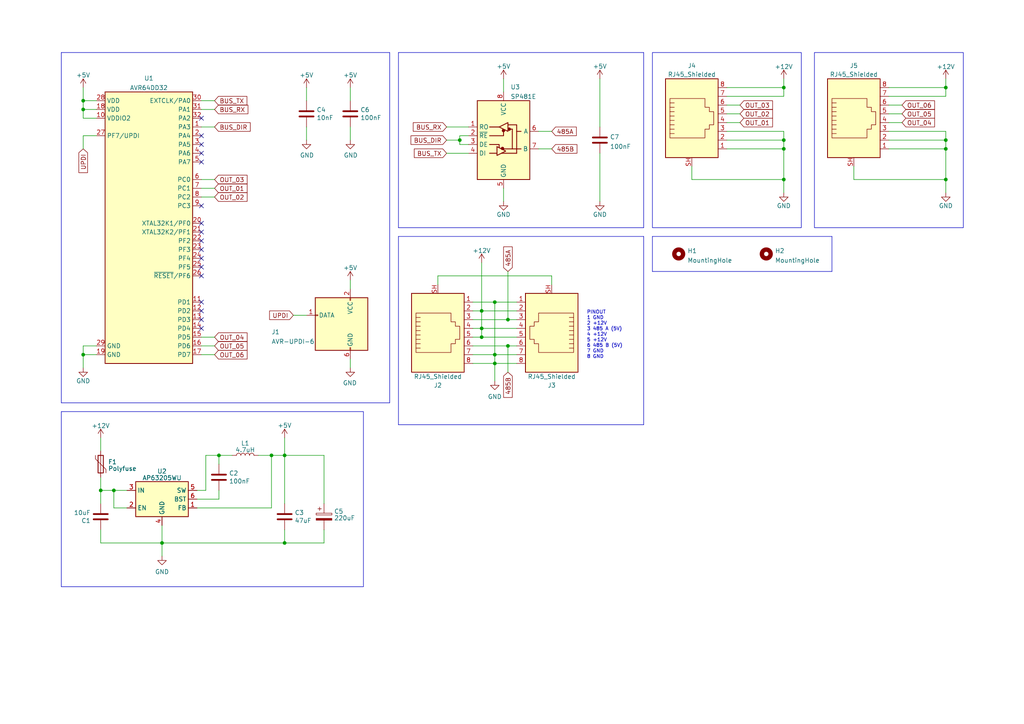
<source format=kicad_sch>
(kicad_sch (version 20230121) (generator eeschema)

  (uuid e63e39d7-6ac0-4ffd-8aa3-1841a4541b55)

  (paper "A4")

  (lib_symbols
    (symbol "Connector:AVR-UPDI-6" (pin_names (offset 1.016)) (in_bom yes) (on_board yes)
      (property "Reference" "J" (at -6.35 8.89 0)
        (effects (font (size 1.27 1.27)) (justify left))
      )
      (property "Value" "AVR-UPDI-6" (at 0 8.89 0)
        (effects (font (size 1.27 1.27)) (justify left))
      )
      (property "Footprint" "" (at -6.35 -1.27 90)
        (effects (font (size 1.27 1.27)) hide)
      )
      (property "Datasheet" "https://www.microchip.com/webdoc/GUID-9D10622A-5C16-4405-B092-1BDD437B4976/index.html?GUID-9B349315-2842-4189-B88C-49F4E1055D7F" (at -32.385 -13.97 0)
        (effects (font (size 1.27 1.27)) hide)
      )
      (property "ki_keywords" "AVR UPDI Connector" (at 0 0 0)
        (effects (font (size 1.27 1.27)) hide)
      )
      (property "ki_description" "Atmel 6-pin UPDI connector" (at 0 0 0)
        (effects (font (size 1.27 1.27)) hide)
      )
      (property "ki_fp_filters" "IDC?Header*2x03* Pin?Header*2x03*" (at 0 0 0)
        (effects (font (size 1.27 1.27)) hide)
      )
      (symbol "AVR-UPDI-6_0_1"
        (rectangle (start -2.667 -6.858) (end -2.413 -7.62)
          (stroke (width 0) (type default))
          (fill (type none))
        )
        (rectangle (start -2.667 7.62) (end -2.413 6.858)
          (stroke (width 0) (type default))
          (fill (type none))
        )
        (rectangle (start 7.62 2.667) (end 6.858 2.413)
          (stroke (width 0) (type default))
          (fill (type none))
        )
        (rectangle (start 7.62 7.62) (end -7.62 -7.62)
          (stroke (width 0.254) (type default))
          (fill (type background))
        )
      )
      (symbol "AVR-UPDI-6_1_1"
        (pin passive line (at 10.16 2.54 180) (length 2.54)
          (name "DATA" (effects (font (size 1.27 1.27))))
          (number "1" (effects (font (size 1.27 1.27))))
        )
        (pin passive line (at -2.54 10.16 270) (length 2.54)
          (name "VCC" (effects (font (size 1.27 1.27))))
          (number "2" (effects (font (size 1.27 1.27))))
        )
        (pin no_connect line (at 7.62 0 180) (length 2.54) hide
          (name "NC" (effects (font (size 1.27 1.27))))
          (number "3" (effects (font (size 1.27 1.27))))
        )
        (pin no_connect line (at 7.62 -2.54 180) (length 2.54) hide
          (name "NC" (effects (font (size 1.27 1.27))))
          (number "4" (effects (font (size 1.27 1.27))))
        )
        (pin no_connect line (at 7.62 -5.08 180) (length 2.54) hide
          (name "NC" (effects (font (size 1.27 1.27))))
          (number "5" (effects (font (size 1.27 1.27))))
        )
        (pin passive line (at -2.54 -10.16 90) (length 2.54)
          (name "GND" (effects (font (size 1.27 1.27))))
          (number "6" (effects (font (size 1.27 1.27))))
        )
      )
    )
    (symbol "Connector:RJ45_Shielded" (pin_names (offset 1.016)) (in_bom yes) (on_board yes)
      (property "Reference" "J" (at -5.08 13.97 0)
        (effects (font (size 1.27 1.27)) (justify right))
      )
      (property "Value" "RJ45_Shielded" (at 2.54 13.97 0)
        (effects (font (size 1.27 1.27)) (justify left))
      )
      (property "Footprint" "" (at 0 0.635 90)
        (effects (font (size 1.27 1.27)) hide)
      )
      (property "Datasheet" "~" (at 0 0.635 90)
        (effects (font (size 1.27 1.27)) hide)
      )
      (property "ki_keywords" "8P8C RJ jack socket connector" (at 0 0 0)
        (effects (font (size 1.27 1.27)) hide)
      )
      (property "ki_description" "RJ connector, 8P8C (8 positions 8 connected), Shielded" (at 0 0 0)
        (effects (font (size 1.27 1.27)) hide)
      )
      (property "ki_fp_filters" "8P8C* RJ31* RJ32* RJ33* RJ34* RJ35* RJ41* RJ45* RJ49* RJ61*" (at 0 0 0)
        (effects (font (size 1.27 1.27)) hide)
      )
      (symbol "RJ45_Shielded_0_1"
        (polyline
          (pts
            (xy -5.08 4.445)
            (xy -6.35 4.445)
          )
          (stroke (width 0) (type default))
          (fill (type none))
        )
        (polyline
          (pts
            (xy -5.08 5.715)
            (xy -6.35 5.715)
          )
          (stroke (width 0) (type default))
          (fill (type none))
        )
        (polyline
          (pts
            (xy -6.35 -3.175)
            (xy -5.08 -3.175)
            (xy -5.08 -3.175)
          )
          (stroke (width 0) (type default))
          (fill (type none))
        )
        (polyline
          (pts
            (xy -6.35 -1.905)
            (xy -5.08 -1.905)
            (xy -5.08 -1.905)
          )
          (stroke (width 0) (type default))
          (fill (type none))
        )
        (polyline
          (pts
            (xy -6.35 -0.635)
            (xy -5.08 -0.635)
            (xy -5.08 -0.635)
          )
          (stroke (width 0) (type default))
          (fill (type none))
        )
        (polyline
          (pts
            (xy -6.35 0.635)
            (xy -5.08 0.635)
            (xy -5.08 0.635)
          )
          (stroke (width 0) (type default))
          (fill (type none))
        )
        (polyline
          (pts
            (xy -6.35 1.905)
            (xy -5.08 1.905)
            (xy -5.08 1.905)
          )
          (stroke (width 0) (type default))
          (fill (type none))
        )
        (polyline
          (pts
            (xy -5.08 3.175)
            (xy -6.35 3.175)
            (xy -6.35 3.175)
          )
          (stroke (width 0) (type default))
          (fill (type none))
        )
        (polyline
          (pts
            (xy -6.35 -4.445)
            (xy -6.35 6.985)
            (xy 3.81 6.985)
            (xy 3.81 4.445)
            (xy 5.08 4.445)
            (xy 5.08 3.175)
            (xy 6.35 3.175)
            (xy 6.35 -0.635)
            (xy 5.08 -0.635)
            (xy 5.08 -1.905)
            (xy 3.81 -1.905)
            (xy 3.81 -4.445)
            (xy -6.35 -4.445)
            (xy -6.35 -4.445)
          )
          (stroke (width 0) (type default))
          (fill (type none))
        )
        (rectangle (start 7.62 12.7) (end -7.62 -10.16)
          (stroke (width 0.254) (type default))
          (fill (type background))
        )
      )
      (symbol "RJ45_Shielded_1_1"
        (pin passive line (at 10.16 -7.62 180) (length 2.54)
          (name "~" (effects (font (size 1.27 1.27))))
          (number "1" (effects (font (size 1.27 1.27))))
        )
        (pin passive line (at 10.16 -5.08 180) (length 2.54)
          (name "~" (effects (font (size 1.27 1.27))))
          (number "2" (effects (font (size 1.27 1.27))))
        )
        (pin passive line (at 10.16 -2.54 180) (length 2.54)
          (name "~" (effects (font (size 1.27 1.27))))
          (number "3" (effects (font (size 1.27 1.27))))
        )
        (pin passive line (at 10.16 0 180) (length 2.54)
          (name "~" (effects (font (size 1.27 1.27))))
          (number "4" (effects (font (size 1.27 1.27))))
        )
        (pin passive line (at 10.16 2.54 180) (length 2.54)
          (name "~" (effects (font (size 1.27 1.27))))
          (number "5" (effects (font (size 1.27 1.27))))
        )
        (pin passive line (at 10.16 5.08 180) (length 2.54)
          (name "~" (effects (font (size 1.27 1.27))))
          (number "6" (effects (font (size 1.27 1.27))))
        )
        (pin passive line (at 10.16 7.62 180) (length 2.54)
          (name "~" (effects (font (size 1.27 1.27))))
          (number "7" (effects (font (size 1.27 1.27))))
        )
        (pin passive line (at 10.16 10.16 180) (length 2.54)
          (name "~" (effects (font (size 1.27 1.27))))
          (number "8" (effects (font (size 1.27 1.27))))
        )
        (pin passive line (at 0 -12.7 90) (length 2.54)
          (name "~" (effects (font (size 1.27 1.27))))
          (number "SH" (effects (font (size 1.27 1.27))))
        )
      )
    )
    (symbol "Device:C" (pin_numbers hide) (pin_names (offset 0.254)) (in_bom yes) (on_board yes)
      (property "Reference" "C" (at 0.635 2.54 0)
        (effects (font (size 1.27 1.27)) (justify left))
      )
      (property "Value" "C" (at 0.635 -2.54 0)
        (effects (font (size 1.27 1.27)) (justify left))
      )
      (property "Footprint" "" (at 0.9652 -3.81 0)
        (effects (font (size 1.27 1.27)) hide)
      )
      (property "Datasheet" "~" (at 0 0 0)
        (effects (font (size 1.27 1.27)) hide)
      )
      (property "ki_keywords" "cap capacitor" (at 0 0 0)
        (effects (font (size 1.27 1.27)) hide)
      )
      (property "ki_description" "Unpolarized capacitor" (at 0 0 0)
        (effects (font (size 1.27 1.27)) hide)
      )
      (property "ki_fp_filters" "C_*" (at 0 0 0)
        (effects (font (size 1.27 1.27)) hide)
      )
      (symbol "C_0_1"
        (polyline
          (pts
            (xy -2.032 -0.762)
            (xy 2.032 -0.762)
          )
          (stroke (width 0.508) (type default))
          (fill (type none))
        )
        (polyline
          (pts
            (xy -2.032 0.762)
            (xy 2.032 0.762)
          )
          (stroke (width 0.508) (type default))
          (fill (type none))
        )
      )
      (symbol "C_1_1"
        (pin passive line (at 0 3.81 270) (length 2.794)
          (name "~" (effects (font (size 1.27 1.27))))
          (number "1" (effects (font (size 1.27 1.27))))
        )
        (pin passive line (at 0 -3.81 90) (length 2.794)
          (name "~" (effects (font (size 1.27 1.27))))
          (number "2" (effects (font (size 1.27 1.27))))
        )
      )
    )
    (symbol "Device:C_Polarized" (pin_numbers hide) (pin_names (offset 0.254)) (in_bom yes) (on_board yes)
      (property "Reference" "C" (at 0.635 2.54 0)
        (effects (font (size 1.27 1.27)) (justify left))
      )
      (property "Value" "C_Polarized" (at 0.635 -2.54 0)
        (effects (font (size 1.27 1.27)) (justify left))
      )
      (property "Footprint" "" (at 0.9652 -3.81 0)
        (effects (font (size 1.27 1.27)) hide)
      )
      (property "Datasheet" "~" (at 0 0 0)
        (effects (font (size 1.27 1.27)) hide)
      )
      (property "ki_keywords" "cap capacitor" (at 0 0 0)
        (effects (font (size 1.27 1.27)) hide)
      )
      (property "ki_description" "Polarized capacitor" (at 0 0 0)
        (effects (font (size 1.27 1.27)) hide)
      )
      (property "ki_fp_filters" "CP_*" (at 0 0 0)
        (effects (font (size 1.27 1.27)) hide)
      )
      (symbol "C_Polarized_0_1"
        (rectangle (start -2.286 0.508) (end 2.286 1.016)
          (stroke (width 0) (type default))
          (fill (type none))
        )
        (polyline
          (pts
            (xy -1.778 2.286)
            (xy -0.762 2.286)
          )
          (stroke (width 0) (type default))
          (fill (type none))
        )
        (polyline
          (pts
            (xy -1.27 2.794)
            (xy -1.27 1.778)
          )
          (stroke (width 0) (type default))
          (fill (type none))
        )
        (rectangle (start 2.286 -0.508) (end -2.286 -1.016)
          (stroke (width 0) (type default))
          (fill (type outline))
        )
      )
      (symbol "C_Polarized_1_1"
        (pin passive line (at 0 3.81 270) (length 2.794)
          (name "~" (effects (font (size 1.27 1.27))))
          (number "1" (effects (font (size 1.27 1.27))))
        )
        (pin passive line (at 0 -3.81 90) (length 2.794)
          (name "~" (effects (font (size 1.27 1.27))))
          (number "2" (effects (font (size 1.27 1.27))))
        )
      )
    )
    (symbol "Device:L" (pin_numbers hide) (pin_names (offset 1.016) hide) (in_bom yes) (on_board yes)
      (property "Reference" "L" (at -1.27 0 90)
        (effects (font (size 1.27 1.27)))
      )
      (property "Value" "L" (at 1.905 0 90)
        (effects (font (size 1.27 1.27)))
      )
      (property "Footprint" "" (at 0 0 0)
        (effects (font (size 1.27 1.27)) hide)
      )
      (property "Datasheet" "~" (at 0 0 0)
        (effects (font (size 1.27 1.27)) hide)
      )
      (property "ki_keywords" "inductor choke coil reactor magnetic" (at 0 0 0)
        (effects (font (size 1.27 1.27)) hide)
      )
      (property "ki_description" "Inductor" (at 0 0 0)
        (effects (font (size 1.27 1.27)) hide)
      )
      (property "ki_fp_filters" "Choke_* *Coil* Inductor_* L_*" (at 0 0 0)
        (effects (font (size 1.27 1.27)) hide)
      )
      (symbol "L_0_1"
        (arc (start 0 -2.54) (mid 0.6323 -1.905) (end 0 -1.27)
          (stroke (width 0) (type default))
          (fill (type none))
        )
        (arc (start 0 -1.27) (mid 0.6323 -0.635) (end 0 0)
          (stroke (width 0) (type default))
          (fill (type none))
        )
        (arc (start 0 0) (mid 0.6323 0.635) (end 0 1.27)
          (stroke (width 0) (type default))
          (fill (type none))
        )
        (arc (start 0 1.27) (mid 0.6323 1.905) (end 0 2.54)
          (stroke (width 0) (type default))
          (fill (type none))
        )
      )
      (symbol "L_1_1"
        (pin passive line (at 0 3.81 270) (length 1.27)
          (name "1" (effects (font (size 1.27 1.27))))
          (number "1" (effects (font (size 1.27 1.27))))
        )
        (pin passive line (at 0 -3.81 90) (length 1.27)
          (name "2" (effects (font (size 1.27 1.27))))
          (number "2" (effects (font (size 1.27 1.27))))
        )
      )
    )
    (symbol "Device:Polyfuse" (pin_numbers hide) (pin_names (offset 0)) (in_bom yes) (on_board yes)
      (property "Reference" "F" (at -2.54 0 90)
        (effects (font (size 1.27 1.27)))
      )
      (property "Value" "Polyfuse" (at 2.54 0 90)
        (effects (font (size 1.27 1.27)))
      )
      (property "Footprint" "" (at 1.27 -5.08 0)
        (effects (font (size 1.27 1.27)) (justify left) hide)
      )
      (property "Datasheet" "~" (at 0 0 0)
        (effects (font (size 1.27 1.27)) hide)
      )
      (property "ki_keywords" "resettable fuse PTC PPTC polyfuse polyswitch" (at 0 0 0)
        (effects (font (size 1.27 1.27)) hide)
      )
      (property "ki_description" "Resettable fuse, polymeric positive temperature coefficient" (at 0 0 0)
        (effects (font (size 1.27 1.27)) hide)
      )
      (property "ki_fp_filters" "*polyfuse* *PTC*" (at 0 0 0)
        (effects (font (size 1.27 1.27)) hide)
      )
      (symbol "Polyfuse_0_1"
        (rectangle (start -0.762 2.54) (end 0.762 -2.54)
          (stroke (width 0.254) (type default))
          (fill (type none))
        )
        (polyline
          (pts
            (xy 0 2.54)
            (xy 0 -2.54)
          )
          (stroke (width 0) (type default))
          (fill (type none))
        )
        (polyline
          (pts
            (xy -1.524 2.54)
            (xy -1.524 1.524)
            (xy 1.524 -1.524)
            (xy 1.524 -2.54)
          )
          (stroke (width 0) (type default))
          (fill (type none))
        )
      )
      (symbol "Polyfuse_1_1"
        (pin passive line (at 0 3.81 270) (length 1.27)
          (name "~" (effects (font (size 1.27 1.27))))
          (number "1" (effects (font (size 1.27 1.27))))
        )
        (pin passive line (at 0 -3.81 90) (length 1.27)
          (name "~" (effects (font (size 1.27 1.27))))
          (number "2" (effects (font (size 1.27 1.27))))
        )
      )
    )
    (symbol "Mechanical:MountingHole" (pin_names (offset 1.016)) (in_bom yes) (on_board yes)
      (property "Reference" "H" (at 0 5.08 0)
        (effects (font (size 1.27 1.27)))
      )
      (property "Value" "MountingHole" (at 0 3.175 0)
        (effects (font (size 1.27 1.27)))
      )
      (property "Footprint" "" (at 0 0 0)
        (effects (font (size 1.27 1.27)) hide)
      )
      (property "Datasheet" "~" (at 0 0 0)
        (effects (font (size 1.27 1.27)) hide)
      )
      (property "ki_keywords" "mounting hole" (at 0 0 0)
        (effects (font (size 1.27 1.27)) hide)
      )
      (property "ki_description" "Mounting Hole without connection" (at 0 0 0)
        (effects (font (size 1.27 1.27)) hide)
      )
      (property "ki_fp_filters" "MountingHole*" (at 0 0 0)
        (effects (font (size 1.27 1.27)) hide)
      )
      (symbol "MountingHole_0_1"
        (circle (center 0 0) (radius 1.27)
          (stroke (width 1.27) (type default))
          (fill (type none))
        )
      )
    )
    (symbol "Regulator_Switching:AP63205WU" (in_bom yes) (on_board yes)
      (property "Reference" "U" (at -7.62 6.35 0)
        (effects (font (size 1.27 1.27)))
      )
      (property "Value" "AP63205WU" (at 2.54 6.35 0)
        (effects (font (size 1.27 1.27)))
      )
      (property "Footprint" "Package_TO_SOT_SMD:TSOT-23-6" (at 0 -22.86 0)
        (effects (font (size 1.27 1.27)) hide)
      )
      (property "Datasheet" "https://www.diodes.com/assets/Datasheets/AP63200-AP63201-AP63203-AP63205.pdf" (at 0 0 0)
        (effects (font (size 1.27 1.27)) hide)
      )
      (property "ki_keywords" "2A Buck DC/DC" (at 0 0 0)
        (effects (font (size 1.27 1.27)) hide)
      )
      (property "ki_description" "2A, 1.1MHz Buck DC/DC Converter, fixed 5.0V output voltage, TSOT-23-6" (at 0 0 0)
        (effects (font (size 1.27 1.27)) hide)
      )
      (property "ki_fp_filters" "TSOT?23*" (at 0 0 0)
        (effects (font (size 1.27 1.27)) hide)
      )
      (symbol "AP63205WU_0_1"
        (rectangle (start -7.62 5.08) (end 7.62 -5.08)
          (stroke (width 0.254) (type default))
          (fill (type background))
        )
      )
      (symbol "AP63205WU_1_1"
        (pin input line (at 10.16 -2.54 180) (length 2.54)
          (name "FB" (effects (font (size 1.27 1.27))))
          (number "1" (effects (font (size 1.27 1.27))))
        )
        (pin input line (at -10.16 -2.54 0) (length 2.54)
          (name "EN" (effects (font (size 1.27 1.27))))
          (number "2" (effects (font (size 1.27 1.27))))
        )
        (pin power_in line (at -10.16 2.54 0) (length 2.54)
          (name "IN" (effects (font (size 1.27 1.27))))
          (number "3" (effects (font (size 1.27 1.27))))
        )
        (pin power_in line (at 0 -7.62 90) (length 2.54)
          (name "GND" (effects (font (size 1.27 1.27))))
          (number "4" (effects (font (size 1.27 1.27))))
        )
        (pin output line (at 10.16 2.54 180) (length 2.54)
          (name "SW" (effects (font (size 1.27 1.27))))
          (number "5" (effects (font (size 1.27 1.27))))
        )
        (pin passive line (at 10.16 0 180) (length 2.54)
          (name "BST" (effects (font (size 1.27 1.27))))
          (number "6" (effects (font (size 1.27 1.27))))
        )
      )
    )
    (symbol "kiu:AVR64DD32" (in_bom yes) (on_board yes)
      (property "Reference" "U" (at -12.7 -19.05 0)
        (effects (font (size 1.27 1.27)))
      )
      (property "Value" "AVR64DD32" (at 7.62 -19.05 0)
        (effects (font (size 1.27 1.27)))
      )
      (property "Footprint" "" (at 0 0 0)
        (effects (font (size 1.27 1.27)) hide)
      )
      (property "Datasheet" "" (at 0 0 0)
        (effects (font (size 1.27 1.27)) hide)
      )
      (symbol "AVR64DD32_0_1"
        (rectangle (start -12.7 -20.32) (end 12.7 -99.06)
          (stroke (width 0.254) (type default))
          (fill (type background))
        )
      )
      (symbol "AVR64DD32_1_1"
        (pin bidirectional line (at 15.24 -30.48 180) (length 2.54)
          (name "PA3" (effects (font (size 1.27 1.27))))
          (number "1" (effects (font (size 1.27 1.27))))
        )
        (pin power_in line (at -15.24 -27.94 0) (length 2.54)
          (name "VDDIO2" (effects (font (size 1.27 1.27))))
          (number "10" (effects (font (size 1.27 1.27))))
        )
        (pin bidirectional line (at 15.24 -81.28 180) (length 2.54)
          (name "PD1" (effects (font (size 1.27 1.27))))
          (number "11" (effects (font (size 1.27 1.27))))
        )
        (pin bidirectional line (at 15.24 -83.82 180) (length 2.54)
          (name "PD2" (effects (font (size 1.27 1.27))))
          (number "12" (effects (font (size 1.27 1.27))))
        )
        (pin bidirectional line (at 15.24 -86.36 180) (length 2.54)
          (name "PD3" (effects (font (size 1.27 1.27))))
          (number "13" (effects (font (size 1.27 1.27))))
        )
        (pin bidirectional line (at 15.24 -88.9 180) (length 2.54)
          (name "PD4" (effects (font (size 1.27 1.27))))
          (number "14" (effects (font (size 1.27 1.27))))
        )
        (pin bidirectional line (at 15.24 -91.44 180) (length 2.54)
          (name "PD5" (effects (font (size 1.27 1.27))))
          (number "15" (effects (font (size 1.27 1.27))))
        )
        (pin bidirectional line (at 15.24 -93.98 180) (length 2.54)
          (name "PD6" (effects (font (size 1.27 1.27))))
          (number "16" (effects (font (size 1.27 1.27))))
        )
        (pin bidirectional line (at 15.24 -96.52 180) (length 2.54)
          (name "PD7" (effects (font (size 1.27 1.27))))
          (number "17" (effects (font (size 1.27 1.27))))
        )
        (pin power_in line (at -15.24 -25.4 0) (length 2.54)
          (name "VDD" (effects (font (size 1.27 1.27))))
          (number "18" (effects (font (size 1.27 1.27))))
        )
        (pin power_in line (at -15.24 -96.52 0) (length 2.54)
          (name "GND" (effects (font (size 1.27 1.27))))
          (number "19" (effects (font (size 1.27 1.27))))
        )
        (pin bidirectional line (at 15.24 -33.02 180) (length 2.54)
          (name "PA4" (effects (font (size 1.27 1.27))))
          (number "2" (effects (font (size 1.27 1.27))))
        )
        (pin bidirectional line (at 15.24 -58.42 180) (length 2.54)
          (name "XTAL32K1/PF0" (effects (font (size 1.27 1.27))))
          (number "20" (effects (font (size 1.27 1.27))))
        )
        (pin bidirectional line (at 15.24 -60.96 180) (length 2.54)
          (name "XTAL32K2/PF1" (effects (font (size 1.27 1.27))))
          (number "21" (effects (font (size 1.27 1.27))))
        )
        (pin bidirectional line (at 15.24 -63.5 180) (length 2.54)
          (name "PF2" (effects (font (size 1.27 1.27))))
          (number "22" (effects (font (size 1.27 1.27))))
        )
        (pin bidirectional line (at 15.24 -66.04 180) (length 2.54)
          (name "PF3" (effects (font (size 1.27 1.27))))
          (number "23" (effects (font (size 1.27 1.27))))
        )
        (pin bidirectional line (at 15.24 -68.58 180) (length 2.54)
          (name "PF4" (effects (font (size 1.27 1.27))))
          (number "24" (effects (font (size 1.27 1.27))))
        )
        (pin bidirectional line (at 15.24 -71.12 180) (length 2.54)
          (name "PF5" (effects (font (size 1.27 1.27))))
          (number "25" (effects (font (size 1.27 1.27))))
        )
        (pin input line (at 15.24 -73.66 180) (length 2.54)
          (name "~{RESET}/PF6" (effects (font (size 1.27 1.27))))
          (number "26" (effects (font (size 1.27 1.27))))
        )
        (pin bidirectional line (at -15.24 -33.02 0) (length 2.54)
          (name "PF7/UPDI" (effects (font (size 1.27 1.27))))
          (number "27" (effects (font (size 1.27 1.27))))
        )
        (pin power_in line (at -15.24 -22.86 0) (length 2.54)
          (name "VDD" (effects (font (size 1.27 1.27))))
          (number "28" (effects (font (size 1.27 1.27))))
        )
        (pin power_in line (at -15.24 -93.98 0) (length 2.54)
          (name "GND" (effects (font (size 1.27 1.27))))
          (number "29" (effects (font (size 1.27 1.27))))
        )
        (pin bidirectional line (at 15.24 -35.56 180) (length 2.54)
          (name "PA5" (effects (font (size 1.27 1.27))))
          (number "3" (effects (font (size 1.27 1.27))))
        )
        (pin bidirectional line (at 15.24 -22.86 180) (length 2.54)
          (name "EXTCLK/PA0" (effects (font (size 1.27 1.27))))
          (number "30" (effects (font (size 1.27 1.27))))
        )
        (pin bidirectional line (at 15.24 -25.4 180) (length 2.54)
          (name "PA1" (effects (font (size 1.27 1.27))))
          (number "31" (effects (font (size 1.27 1.27))))
        )
        (pin bidirectional line (at 15.24 -27.94 180) (length 2.54)
          (name "PA2" (effects (font (size 1.27 1.27))))
          (number "32" (effects (font (size 1.27 1.27))))
        )
        (pin bidirectional line (at 15.24 -38.1 180) (length 2.54)
          (name "PA6" (effects (font (size 1.27 1.27))))
          (number "4" (effects (font (size 1.27 1.27))))
        )
        (pin bidirectional line (at 15.24 -40.64 180) (length 2.54)
          (name "PA7" (effects (font (size 1.27 1.27))))
          (number "5" (effects (font (size 1.27 1.27))))
        )
        (pin bidirectional line (at 15.24 -45.72 180) (length 2.54)
          (name "PC0" (effects (font (size 1.27 1.27))))
          (number "6" (effects (font (size 1.27 1.27))))
        )
        (pin bidirectional line (at 15.24 -48.26 180) (length 2.54)
          (name "PC1" (effects (font (size 1.27 1.27))))
          (number "7" (effects (font (size 1.27 1.27))))
        )
        (pin bidirectional line (at 15.24 -50.8 180) (length 2.54)
          (name "PC2" (effects (font (size 1.27 1.27))))
          (number "8" (effects (font (size 1.27 1.27))))
        )
        (pin bidirectional line (at 15.24 -53.34 180) (length 2.54)
          (name "PC3" (effects (font (size 1.27 1.27))))
          (number "9" (effects (font (size 1.27 1.27))))
        )
      )
    )
    (symbol "kiu:SP481E" (in_bom yes) (on_board yes)
      (property "Reference" "U" (at 3.81 12.7 0)
        (effects (font (size 1.27 1.27)))
      )
      (property "Value" "SP481E" (at 7.62 -12.7 0)
        (effects (font (size 1.27 1.27)) (justify right))
      )
      (property "Footprint" "" (at 0 0 0)
        (effects (font (size 1.27 1.27)) hide)
      )
      (property "Datasheet" "" (at 0 0 0)
        (effects (font (size 1.27 1.27)) hide)
      )
      (symbol "SP481E_0_1"
        (rectangle (start -7.62 11.43) (end 7.62 -11.43)
          (stroke (width 0.254) (type default))
          (fill (type background))
        )
        (circle (center -0.3048 -2.413) (radius 0.3556)
          (stroke (width 0.254) (type default))
          (fill (type outline))
        )
        (circle (center -0.0254 2.7686) (radius 0.3556)
          (stroke (width 0.254) (type default))
          (fill (type outline))
        )
        (polyline
          (pts
            (xy -4.064 -3.81)
            (xy -1.905 -3.81)
          )
          (stroke (width 0.254) (type default))
          (fill (type none))
        )
        (polyline
          (pts
            (xy -4.064 3.81)
            (xy -1.27 3.81)
          )
          (stroke (width 0.254) (type default))
          (fill (type none))
        )
        (polyline
          (pts
            (xy -1.27 -1.9304)
            (xy -1.27 -2.1844)
          )
          (stroke (width 0.254) (type default))
          (fill (type none))
        )
        (polyline
          (pts
            (xy -0.635 -3.81)
            (xy 3.81 -3.81)
          )
          (stroke (width 0.254) (type default))
          (fill (type none))
        )
        (polyline
          (pts
            (xy 1.27 3.175)
            (xy 2.54 3.175)
          )
          (stroke (width 0.254) (type default))
          (fill (type none))
        )
        (polyline
          (pts
            (xy 2.54 -2.54)
            (xy 5.08 -2.54)
          )
          (stroke (width 0.254) (type default))
          (fill (type none))
        )
        (polyline
          (pts
            (xy 3.81 2.54)
            (xy 5.08 2.54)
          )
          (stroke (width 0.254) (type default))
          (fill (type none))
        )
        (polyline
          (pts
            (xy -4.064 -1.27)
            (xy -1.27 -1.27)
            (xy -1.27 -1.905)
          )
          (stroke (width 0.254) (type default))
          (fill (type none))
        )
        (polyline
          (pts
            (xy 0 2.54)
            (xy 0 1.27)
            (xy -4.064 1.27)
          )
          (stroke (width 0.254) (type default))
          (fill (type none))
        )
        (polyline
          (pts
            (xy 1.27 4.445)
            (xy 3.81 4.445)
            (xy 3.81 -3.81)
          )
          (stroke (width 0.254) (type default))
          (fill (type none))
        )
        (polyline
          (pts
            (xy 2.54 3.175)
            (xy 2.54 -2.54)
            (xy 0 -2.54)
          )
          (stroke (width 0.254) (type default))
          (fill (type none))
        )
        (polyline
          (pts
            (xy -1.905 -1.905)
            (xy -1.905 -4.445)
            (xy 0.635 -3.175)
            (xy -1.905 -1.905)
          )
          (stroke (width 0.254) (type default))
          (fill (type none))
        )
        (polyline
          (pts
            (xy -1.27 3.81)
            (xy 1.27 5.08)
            (xy 1.27 2.54)
            (xy -1.27 3.81)
          )
          (stroke (width 0.254) (type default))
          (fill (type none))
        )
        (rectangle (start 1.27 4.445) (end 1.27 4.445)
          (stroke (width 0) (type default))
          (fill (type none))
        )
        (circle (center 1.651 3.175) (radius 0.3556)
          (stroke (width 0.254) (type default))
          (fill (type outline))
        )
      )
      (symbol "SP481E_1_1"
        (pin output line (at -10.16 3.81 0) (length 2.54)
          (name "RO" (effects (font (size 1.27 1.27))))
          (number "1" (effects (font (size 1.27 1.27))))
        )
        (pin input line (at -10.16 1.27 0) (length 2.54)
          (name "~{RE}" (effects (font (size 1.27 1.27))))
          (number "2" (effects (font (size 1.27 1.27))))
        )
        (pin input line (at -10.16 -1.27 0) (length 2.54)
          (name "DE" (effects (font (size 1.27 1.27))))
          (number "3" (effects (font (size 1.27 1.27))))
        )
        (pin input line (at -10.16 -3.81 0) (length 2.54)
          (name "DI" (effects (font (size 1.27 1.27))))
          (number "4" (effects (font (size 1.27 1.27))))
        )
        (pin power_in line (at 0 -13.97 90) (length 2.54)
          (name "GND" (effects (font (size 1.27 1.27))))
          (number "5" (effects (font (size 1.27 1.27))))
        )
        (pin bidirectional line (at 10.16 2.54 180) (length 2.54)
          (name "A" (effects (font (size 1.27 1.27))))
          (number "6" (effects (font (size 1.27 1.27))))
        )
        (pin bidirectional line (at 10.16 -2.54 180) (length 2.54)
          (name "B" (effects (font (size 1.27 1.27))))
          (number "7" (effects (font (size 1.27 1.27))))
        )
        (pin power_in line (at 0 13.97 270) (length 2.54)
          (name "VCC" (effects (font (size 1.27 1.27))))
          (number "8" (effects (font (size 1.27 1.27))))
        )
      )
    )
    (symbol "power:+12V" (power) (pin_names (offset 0)) (in_bom yes) (on_board yes)
      (property "Reference" "#PWR" (at 0 -3.81 0)
        (effects (font (size 1.27 1.27)) hide)
      )
      (property "Value" "+12V" (at 0 3.556 0)
        (effects (font (size 1.27 1.27)))
      )
      (property "Footprint" "" (at 0 0 0)
        (effects (font (size 1.27 1.27)) hide)
      )
      (property "Datasheet" "" (at 0 0 0)
        (effects (font (size 1.27 1.27)) hide)
      )
      (property "ki_keywords" "global power" (at 0 0 0)
        (effects (font (size 1.27 1.27)) hide)
      )
      (property "ki_description" "Power symbol creates a global label with name \"+12V\"" (at 0 0 0)
        (effects (font (size 1.27 1.27)) hide)
      )
      (symbol "+12V_0_1"
        (polyline
          (pts
            (xy -0.762 1.27)
            (xy 0 2.54)
          )
          (stroke (width 0) (type default))
          (fill (type none))
        )
        (polyline
          (pts
            (xy 0 0)
            (xy 0 2.54)
          )
          (stroke (width 0) (type default))
          (fill (type none))
        )
        (polyline
          (pts
            (xy 0 2.54)
            (xy 0.762 1.27)
          )
          (stroke (width 0) (type default))
          (fill (type none))
        )
      )
      (symbol "+12V_1_1"
        (pin power_in line (at 0 0 90) (length 0) hide
          (name "+12V" (effects (font (size 1.27 1.27))))
          (number "1" (effects (font (size 1.27 1.27))))
        )
      )
    )
    (symbol "power:+5V" (power) (pin_names (offset 0)) (in_bom yes) (on_board yes)
      (property "Reference" "#PWR" (at 0 -3.81 0)
        (effects (font (size 1.27 1.27)) hide)
      )
      (property "Value" "+5V" (at 0 3.556 0)
        (effects (font (size 1.27 1.27)))
      )
      (property "Footprint" "" (at 0 0 0)
        (effects (font (size 1.27 1.27)) hide)
      )
      (property "Datasheet" "" (at 0 0 0)
        (effects (font (size 1.27 1.27)) hide)
      )
      (property "ki_keywords" "global power" (at 0 0 0)
        (effects (font (size 1.27 1.27)) hide)
      )
      (property "ki_description" "Power symbol creates a global label with name \"+5V\"" (at 0 0 0)
        (effects (font (size 1.27 1.27)) hide)
      )
      (symbol "+5V_0_1"
        (polyline
          (pts
            (xy -0.762 1.27)
            (xy 0 2.54)
          )
          (stroke (width 0) (type default))
          (fill (type none))
        )
        (polyline
          (pts
            (xy 0 0)
            (xy 0 2.54)
          )
          (stroke (width 0) (type default))
          (fill (type none))
        )
        (polyline
          (pts
            (xy 0 2.54)
            (xy 0.762 1.27)
          )
          (stroke (width 0) (type default))
          (fill (type none))
        )
      )
      (symbol "+5V_1_1"
        (pin power_in line (at 0 0 90) (length 0) hide
          (name "+5V" (effects (font (size 1.27 1.27))))
          (number "1" (effects (font (size 1.27 1.27))))
        )
      )
    )
    (symbol "power:GND" (power) (pin_names (offset 0)) (in_bom yes) (on_board yes)
      (property "Reference" "#PWR" (at 0 -6.35 0)
        (effects (font (size 1.27 1.27)) hide)
      )
      (property "Value" "GND" (at 0 -3.81 0)
        (effects (font (size 1.27 1.27)))
      )
      (property "Footprint" "" (at 0 0 0)
        (effects (font (size 1.27 1.27)) hide)
      )
      (property "Datasheet" "" (at 0 0 0)
        (effects (font (size 1.27 1.27)) hide)
      )
      (property "ki_keywords" "global power" (at 0 0 0)
        (effects (font (size 1.27 1.27)) hide)
      )
      (property "ki_description" "Power symbol creates a global label with name \"GND\" , ground" (at 0 0 0)
        (effects (font (size 1.27 1.27)) hide)
      )
      (symbol "GND_0_1"
        (polyline
          (pts
            (xy 0 0)
            (xy 0 -1.27)
            (xy 1.27 -1.27)
            (xy 0 -2.54)
            (xy -1.27 -1.27)
            (xy 0 -1.27)
          )
          (stroke (width 0) (type default))
          (fill (type none))
        )
      )
      (symbol "GND_1_1"
        (pin power_in line (at 0 0 270) (length 0) hide
          (name "GND" (effects (font (size 1.27 1.27))))
          (number "1" (effects (font (size 1.27 1.27))))
        )
      )
    )
  )

  (junction (at 274.32 43.18) (diameter 0) (color 0 0 0 0)
    (uuid 097e83b3-a8a4-426e-b501-99f71a77ad18)
  )
  (junction (at 147.32 92.71) (diameter 0) (color 0 0 0 0)
    (uuid 0d3137a4-44a4-42d3-b334-69c1234049ee)
  )
  (junction (at 78.74 132.08) (diameter 0) (color 0 0 0 0)
    (uuid 0d916742-a065-4403-9c2e-003359e14081)
  )
  (junction (at 227.33 25.4) (diameter 0) (color 0 0 0 0)
    (uuid 19ce85bc-285b-4797-a339-8575714a5a43)
  )
  (junction (at 274.32 52.07) (diameter 0) (color 0 0 0 0)
    (uuid 20d6398b-5c1e-43fc-a216-0b4c0204eced)
  )
  (junction (at 24.13 31.75) (diameter 0) (color 0 0 0 0)
    (uuid 2387d6cb-be7c-4b05-a880-c9ba65f91b44)
  )
  (junction (at 29.21 142.24) (diameter 0) (color 0 0 0 0)
    (uuid 2cd4ad4e-62ee-4339-bea3-a1d3a28c6bb4)
  )
  (junction (at 227.33 40.64) (diameter 0) (color 0 0 0 0)
    (uuid 3236c9d5-e0be-4d75-b518-bdc8c86857fb)
  )
  (junction (at 63.5 132.08) (diameter 0) (color 0 0 0 0)
    (uuid 3e221750-2ec6-4598-9414-698ded370275)
  )
  (junction (at 139.7 95.25) (diameter 0) (color 0 0 0 0)
    (uuid 47258bce-14e8-426d-808e-78d959ae01ea)
  )
  (junction (at 143.51 105.41) (diameter 0) (color 0 0 0 0)
    (uuid 4dea78e9-fe16-4455-9116-7d95b3ebf788)
  )
  (junction (at 133.35 40.64) (diameter 0) (color 0 0 0 0)
    (uuid 4e2a02eb-1fda-4880-b78c-67749feb9015)
  )
  (junction (at 24.13 102.87) (diameter 0) (color 0 0 0 0)
    (uuid 5a2c8042-d8c7-4384-b144-b6739048854a)
  )
  (junction (at 24.13 29.21) (diameter 0) (color 0 0 0 0)
    (uuid 5cb16bbb-f11a-4121-8c91-b548e1b69ab0)
  )
  (junction (at 227.33 43.18) (diameter 0) (color 0 0 0 0)
    (uuid 60ae9622-3179-49ef-b5eb-c46b6e700cd8)
  )
  (junction (at 143.51 102.87) (diameter 0) (color 0 0 0 0)
    (uuid 6860606d-84f5-4e52-b038-31d65171736f)
  )
  (junction (at 139.7 90.17) (diameter 0) (color 0 0 0 0)
    (uuid 811c6c75-a135-4d07-8a48-fb7ea2fdc989)
  )
  (junction (at 139.7 97.79) (diameter 0) (color 0 0 0 0)
    (uuid 8751ce08-fc21-4b31-b07e-b4926d8d0b2f)
  )
  (junction (at 82.55 157.48) (diameter 0) (color 0 0 0 0)
    (uuid 933a7462-5139-44db-8262-50cf21cc5fbc)
  )
  (junction (at 274.32 25.4) (diameter 0) (color 0 0 0 0)
    (uuid 95179e6d-b9b2-4709-bfdb-ca7e5c48599d)
  )
  (junction (at 82.55 132.08) (diameter 0) (color 0 0 0 0)
    (uuid bc4b5db1-7a9f-40a9-bc77-5b05c8c2ca0d)
  )
  (junction (at 227.33 52.07) (diameter 0) (color 0 0 0 0)
    (uuid d253ac11-000b-40a7-95c1-2cdc749d97aa)
  )
  (junction (at 147.32 100.33) (diameter 0) (color 0 0 0 0)
    (uuid e261feb2-0bca-466e-aa5f-df4637c7628d)
  )
  (junction (at 274.32 40.64) (diameter 0) (color 0 0 0 0)
    (uuid eb5528a0-dbd8-4897-98cc-f9c89c3ef3e7)
  )
  (junction (at 143.51 87.63) (diameter 0) (color 0 0 0 0)
    (uuid ecc7ac78-8446-4f3c-9f98-b29634345345)
  )
  (junction (at 46.99 157.48) (diameter 0) (color 0 0 0 0)
    (uuid f32ccb67-3c62-4790-91b4-6971c91a81c4)
  )
  (junction (at 33.02 142.24) (diameter 0) (color 0 0 0 0)
    (uuid f9c1f9c9-7025-4f9f-b70a-ec67ad990f2c)
  )

  (no_connect (at 58.42 80.01) (uuid 07c1a101-695b-4469-95e1-1934f6365176))
  (no_connect (at 58.42 87.63) (uuid 1a2a440e-d500-478d-99ed-0cd7a41dc636))
  (no_connect (at 58.42 77.47) (uuid 2cee2e03-8ea5-4c27-bea2-75fd7ef16880))
  (no_connect (at 58.42 69.85) (uuid 2cee2e03-8ea5-4c27-bea2-75fd7ef16882))
  (no_connect (at 58.42 74.93) (uuid 2cee2e03-8ea5-4c27-bea2-75fd7ef16883))
  (no_connect (at 58.42 72.39) (uuid 2cee2e03-8ea5-4c27-bea2-75fd7ef16886))
  (no_connect (at 58.42 46.99) (uuid 2cee2e03-8ea5-4c27-bea2-75fd7ef16887))
  (no_connect (at 58.42 44.45) (uuid 2cee2e03-8ea5-4c27-bea2-75fd7ef16889))
  (no_connect (at 58.42 41.91) (uuid 2cee2e03-8ea5-4c27-bea2-75fd7ef1688a))
  (no_connect (at 58.42 39.37) (uuid 2cee2e03-8ea5-4c27-bea2-75fd7ef1688b))
  (no_connect (at 58.42 92.71) (uuid 66396b7c-0d87-4b6f-b930-adc417303a23))
  (no_connect (at 58.42 34.29) (uuid 8fba1cea-5046-41b6-b503-7ee72b1eb4af))
  (no_connect (at 58.42 64.77) (uuid 97ca3968-c5bb-4d9c-83b0-19e8dad31a59))
  (no_connect (at 58.42 67.31) (uuid b1e5e147-6379-4ec1-94c0-d8825cc23e54))
  (no_connect (at 58.42 59.69) (uuid b7a96c64-df25-4781-867b-63bd593a7600))
  (no_connect (at 58.42 95.25) (uuid c56a9ff4-cf52-4357-a80a-7b2fc04023e1))
  (no_connect (at 58.42 90.17) (uuid f2975c6b-20ed-4f0a-bf1c-7e23e7208972))

  (wire (pts (xy 210.82 25.4) (xy 227.33 25.4))
    (stroke (width 0) (type default))
    (uuid 00454a8c-cc1f-4502-88c8-f65c568271f3)
  )
  (wire (pts (xy 143.51 87.63) (xy 149.86 87.63))
    (stroke (width 0) (type default))
    (uuid 00995fd2-315c-4fb7-b0d7-c7fc97a14352)
  )
  (wire (pts (xy 227.33 43.18) (xy 227.33 52.07))
    (stroke (width 0) (type default))
    (uuid 00bb8086-f823-487e-8e25-f72a5067a43e)
  )
  (wire (pts (xy 88.9 25.4) (xy 88.9 29.21))
    (stroke (width 0) (type default))
    (uuid 01133677-f2ab-4e5a-b884-52195507f69e)
  )
  (wire (pts (xy 58.42 54.61) (xy 62.23 54.61))
    (stroke (width 0) (type default))
    (uuid 0146cc63-c68a-4432-a03b-2faeded4fe08)
  )
  (wire (pts (xy 101.6 36.83) (xy 101.6 40.64))
    (stroke (width 0) (type default))
    (uuid 039b7c37-f901-4b62-95ee-5eb173cc1aae)
  )
  (polyline (pts (xy 115.57 15.24) (xy 115.57 66.04))
    (stroke (width 0) (type default))
    (uuid 05a63063-d767-475d-92fb-6e88c4fcab57)
  )

  (wire (pts (xy 58.42 100.33) (xy 62.23 100.33))
    (stroke (width 0) (type default))
    (uuid 07558c99-4912-435b-adc6-af69877c9b48)
  )
  (wire (pts (xy 210.82 33.02) (xy 214.63 33.02))
    (stroke (width 0) (type default))
    (uuid 0897ddf2-3440-49e9-9cde-f9180b531a83)
  )
  (polyline (pts (xy 241.3 78.74) (xy 241.3 68.58))
    (stroke (width 0) (type default))
    (uuid 0ce3f431-f2f6-4b39-a635-a3cb8101c61a)
  )

  (wire (pts (xy 210.82 43.18) (xy 227.33 43.18))
    (stroke (width 0) (type default))
    (uuid 0fbd3da5-02f7-446c-98d8-04b948c2dc1e)
  )
  (wire (pts (xy 33.02 147.32) (xy 33.02 142.24))
    (stroke (width 0) (type default))
    (uuid 1018551f-bbc7-41c8-8886-d20ee36f57b9)
  )
  (wire (pts (xy 78.74 132.08) (xy 82.55 132.08))
    (stroke (width 0) (type default))
    (uuid 103b9264-e621-441c-949a-4a5b961af6c8)
  )
  (wire (pts (xy 139.7 95.25) (xy 149.86 95.25))
    (stroke (width 0) (type default))
    (uuid 10943ef2-35e2-4375-ad96-720b278df5e2)
  )
  (wire (pts (xy 63.5 132.08) (xy 67.31 132.08))
    (stroke (width 0) (type default))
    (uuid 126342cf-fa2c-40a2-a276-02f35bd8e370)
  )
  (polyline (pts (xy 189.23 68.58) (xy 189.23 78.74))
    (stroke (width 0) (type default))
    (uuid 14878aa3-f7e5-4e5a-86c9-c763b6e91692)
  )

  (wire (pts (xy 93.98 132.08) (xy 82.55 132.08))
    (stroke (width 0) (type default))
    (uuid 14bf8e5e-b080-435b-b2c0-8333e1116cee)
  )
  (wire (pts (xy 24.13 39.37) (xy 24.13 43.18))
    (stroke (width 0) (type default))
    (uuid 14ffcdfb-d594-4955-804d-c08b804c7641)
  )
  (wire (pts (xy 274.32 40.64) (xy 274.32 43.18))
    (stroke (width 0) (type default))
    (uuid 15df04f7-9e25-45fd-9ff4-3ba074727103)
  )
  (wire (pts (xy 29.21 157.48) (xy 46.99 157.48))
    (stroke (width 0) (type default))
    (uuid 17ae9e78-ef24-4205-93ac-86a80889131a)
  )
  (wire (pts (xy 129.54 40.64) (xy 133.35 40.64))
    (stroke (width 0) (type default))
    (uuid 1aef6ba8-fca2-47d7-91f4-35c2cbe6a4b9)
  )
  (wire (pts (xy 24.13 100.33) (xy 24.13 102.87))
    (stroke (width 0) (type default))
    (uuid 1b0b14d0-0d02-4aa0-be89-c9e6ffdb7a74)
  )
  (wire (pts (xy 137.16 102.87) (xy 143.51 102.87))
    (stroke (width 0) (type default))
    (uuid 1cd06ea9-2e0a-4308-a89a-cdd4253d635d)
  )
  (polyline (pts (xy 186.69 15.24) (xy 186.69 66.04))
    (stroke (width 0) (type default))
    (uuid 1f37e82e-7de1-4b53-a54a-afcf33c0deee)
  )

  (wire (pts (xy 63.5 144.78) (xy 63.5 142.24))
    (stroke (width 0) (type default))
    (uuid 2263bb5b-7081-4060-a60c-f0252578ed91)
  )
  (wire (pts (xy 58.42 102.87) (xy 62.23 102.87))
    (stroke (width 0) (type default))
    (uuid 235ec0a9-a766-45f9-928b-4f76afdd9856)
  )
  (wire (pts (xy 227.33 25.4) (xy 227.33 27.94))
    (stroke (width 0) (type default))
    (uuid 29ca7388-217b-4736-80f6-0ffa43b4e53b)
  )
  (wire (pts (xy 137.16 92.71) (xy 147.32 92.71))
    (stroke (width 0) (type default))
    (uuid 2d3573c1-18b8-4ec2-9ce9-bea043ed0d8d)
  )
  (wire (pts (xy 63.5 132.08) (xy 63.5 134.62))
    (stroke (width 0) (type default))
    (uuid 2ed26513-e919-4a46-b74b-15caf5911784)
  )
  (wire (pts (xy 143.51 102.87) (xy 143.51 105.41))
    (stroke (width 0) (type default))
    (uuid 31292357-f927-48af-af99-abb754dad2d4)
  )
  (polyline (pts (xy 189.23 68.58) (xy 241.3 68.58))
    (stroke (width 0) (type default))
    (uuid 325f22b0-b331-4d4b-8098-8cad32afc7b7)
  )

  (wire (pts (xy 33.02 147.32) (xy 36.83 147.32))
    (stroke (width 0) (type default))
    (uuid 3309d1d2-d7f4-4b34-8c30-a8c6f7902257)
  )
  (wire (pts (xy 24.13 31.75) (xy 24.13 29.21))
    (stroke (width 0) (type default))
    (uuid 348d49b9-ccec-425b-9696-13d952113a67)
  )
  (wire (pts (xy 147.32 78.74) (xy 147.32 92.71))
    (stroke (width 0) (type default))
    (uuid 36f3173f-7be4-4161-9e5f-79d99e7480e8)
  )
  (polyline (pts (xy 115.57 68.58) (xy 115.57 123.19))
    (stroke (width 0) (type default))
    (uuid 38dc56ca-4146-41b8-8aec-bd09506b5df9)
  )

  (wire (pts (xy 59.69 132.08) (xy 63.5 132.08))
    (stroke (width 0) (type default))
    (uuid 390f9cc7-f032-4702-8753-2d664ae2d8cd)
  )
  (wire (pts (xy 58.42 97.79) (xy 62.23 97.79))
    (stroke (width 0) (type default))
    (uuid 39407af1-4dde-4b35-a277-bb2f2e245ec5)
  )
  (wire (pts (xy 160.02 82.55) (xy 160.02 80.01))
    (stroke (width 0) (type default))
    (uuid 397bdf86-6390-485f-85a5-d9dc67e91aec)
  )
  (wire (pts (xy 82.55 153.67) (xy 82.55 157.48))
    (stroke (width 0) (type default))
    (uuid 3aa60cab-1963-4bb3-baf5-ba829937ed88)
  )
  (wire (pts (xy 27.94 31.75) (xy 24.13 31.75))
    (stroke (width 0) (type default))
    (uuid 3abdca6f-71dc-4563-b36d-bbfefb7abecf)
  )
  (wire (pts (xy 143.51 102.87) (xy 149.86 102.87))
    (stroke (width 0) (type default))
    (uuid 3cd7c5a0-dd3e-45e0-af9f-5fe7e10fd13b)
  )
  (wire (pts (xy 257.81 38.1) (xy 274.32 38.1))
    (stroke (width 0) (type default))
    (uuid 3d3b8cba-533f-44f5-b228-9aba9be01da5)
  )
  (wire (pts (xy 33.02 142.24) (xy 36.83 142.24))
    (stroke (width 0) (type default))
    (uuid 3dde4f1b-e0f4-4d9e-bd1d-eaecac3c6da6)
  )
  (wire (pts (xy 143.51 105.41) (xy 149.86 105.41))
    (stroke (width 0) (type default))
    (uuid 3ea24d7f-d104-4454-968b-bc1016f1ef8a)
  )
  (wire (pts (xy 133.35 39.37) (xy 133.35 40.64))
    (stroke (width 0) (type default))
    (uuid 3eef1707-8df6-4d00-8bf8-b4dd21fa935c)
  )
  (wire (pts (xy 274.32 25.4) (xy 274.32 27.94))
    (stroke (width 0) (type default))
    (uuid 3f6efde2-fb00-40d4-81e3-9f04b144c519)
  )
  (wire (pts (xy 29.21 142.24) (xy 29.21 146.05))
    (stroke (width 0) (type default))
    (uuid 432c5725-fa4e-464f-afc2-2f462bf70632)
  )
  (wire (pts (xy 101.6 81.28) (xy 101.6 83.82))
    (stroke (width 0) (type default))
    (uuid 43660d05-6869-4570-9b01-764235295cc2)
  )
  (wire (pts (xy 27.94 100.33) (xy 24.13 100.33))
    (stroke (width 0) (type default))
    (uuid 4599a72e-26f9-4563-bb74-fff1ebe260a6)
  )
  (polyline (pts (xy 186.69 68.58) (xy 115.57 68.58))
    (stroke (width 0) (type default))
    (uuid 46365344-e7b9-4360-8a64-616fbb869d15)
  )

  (wire (pts (xy 143.51 105.41) (xy 143.51 110.49))
    (stroke (width 0) (type default))
    (uuid 480307a4-61aa-4334-999b-17e0c0c59ce0)
  )
  (wire (pts (xy 58.42 57.15) (xy 62.23 57.15))
    (stroke (width 0) (type default))
    (uuid 49654c47-b593-43f4-ba75-8133db8228f9)
  )
  (wire (pts (xy 227.33 40.64) (xy 227.33 43.18))
    (stroke (width 0) (type default))
    (uuid 4a33b110-4609-40bb-b005-a1932f20c12a)
  )
  (wire (pts (xy 257.81 33.02) (xy 261.62 33.02))
    (stroke (width 0) (type default))
    (uuid 4ca9878f-534f-4dab-a3e6-f17cb1d5f0b3)
  )
  (wire (pts (xy 78.74 147.32) (xy 78.74 132.08))
    (stroke (width 0) (type default))
    (uuid 4eb38e7e-34d8-4dcb-bc5a-bc39b811133e)
  )
  (wire (pts (xy 137.16 95.25) (xy 139.7 95.25))
    (stroke (width 0) (type default))
    (uuid 4fdf2032-a1c9-42ee-bd55-fc4f59dace8d)
  )
  (wire (pts (xy 57.15 147.32) (xy 78.74 147.32))
    (stroke (width 0) (type default))
    (uuid 55ea166e-3b11-4925-ba81-6e4a292e39a5)
  )
  (wire (pts (xy 261.62 35.56) (xy 257.81 35.56))
    (stroke (width 0) (type default))
    (uuid 5621d4c3-c1b1-4fa1-8b0b-602ffcd181eb)
  )
  (wire (pts (xy 82.55 127) (xy 82.55 132.08))
    (stroke (width 0) (type default))
    (uuid 598223f7-fa07-45e0-8072-eeaf2cf6f34d)
  )
  (wire (pts (xy 146.05 54.61) (xy 146.05 58.42))
    (stroke (width 0) (type default))
    (uuid 5f74c6fb-337b-40a9-9b79-933f2f30429a)
  )
  (wire (pts (xy 210.82 38.1) (xy 227.33 38.1))
    (stroke (width 0) (type default))
    (uuid 6250938a-3cd8-4afb-895b-186ded880db8)
  )
  (wire (pts (xy 82.55 132.08) (xy 82.55 146.05))
    (stroke (width 0) (type default))
    (uuid 626fc110-03f7-4ce5-a6ae-3b6e09aa78d0)
  )
  (polyline (pts (xy 189.23 78.74) (xy 241.3 78.74))
    (stroke (width 0) (type default))
    (uuid 62eebd2e-0492-48b4-953c-a8a55d9037d8)
  )

  (wire (pts (xy 27.94 34.29) (xy 24.13 34.29))
    (stroke (width 0) (type default))
    (uuid 63192250-c8f6-4a97-88b9-75533b740c84)
  )
  (wire (pts (xy 24.13 39.37) (xy 27.94 39.37))
    (stroke (width 0) (type default))
    (uuid 63a46b0b-ec00-4a8c-b80a-3dd962f67fda)
  )
  (wire (pts (xy 274.32 38.1) (xy 274.32 40.64))
    (stroke (width 0) (type default))
    (uuid 67f09373-c890-4ff9-83dd-4980715b0a32)
  )
  (wire (pts (xy 58.42 52.07) (xy 62.23 52.07))
    (stroke (width 0) (type default))
    (uuid 6b939ef0-c9e7-46e7-b193-1d8cc121a75f)
  )
  (wire (pts (xy 137.16 100.33) (xy 147.32 100.33))
    (stroke (width 0) (type default))
    (uuid 6c374557-83a9-478f-b1dd-7d161fcff67d)
  )
  (wire (pts (xy 127 80.01) (xy 160.02 80.01))
    (stroke (width 0) (type default))
    (uuid 6ce737cb-23e5-4847-922b-255ea0835b35)
  )
  (wire (pts (xy 133.35 40.64) (xy 133.35 41.91))
    (stroke (width 0) (type default))
    (uuid 71b2b3a7-39d1-4dbe-947d-6148859578c6)
  )
  (wire (pts (xy 24.13 106.68) (xy 24.13 102.87))
    (stroke (width 0) (type default))
    (uuid 7423d142-d8fe-4e0e-830d-1f235a4cab7b)
  )
  (wire (pts (xy 139.7 95.25) (xy 139.7 97.79))
    (stroke (width 0) (type default))
    (uuid 7ae172a0-9abb-4ede-a262-df97f772491d)
  )
  (wire (pts (xy 133.35 41.91) (xy 135.89 41.91))
    (stroke (width 0) (type default))
    (uuid 7d14ddf9-1e65-45e3-a582-8ad983cb5a48)
  )
  (wire (pts (xy 210.82 27.94) (xy 227.33 27.94))
    (stroke (width 0) (type default))
    (uuid 7d6c7cc4-5a8a-484c-b504-430ec6f08b42)
  )
  (polyline (pts (xy 186.69 123.19) (xy 186.69 68.58))
    (stroke (width 0) (type default))
    (uuid 7f7b590c-c392-4af4-a0af-82cfda279e43)
  )

  (wire (pts (xy 29.21 127) (xy 29.21 130.81))
    (stroke (width 0) (type default))
    (uuid 8185837a-0eaa-4362-9dc8-fab06d44d82b)
  )
  (wire (pts (xy 274.32 25.4) (xy 274.32 22.86))
    (stroke (width 0) (type default))
    (uuid 84556f40-4c0e-4be0-acc5-7ee6092986c2)
  )
  (wire (pts (xy 210.82 40.64) (xy 227.33 40.64))
    (stroke (width 0) (type default))
    (uuid 84607262-1728-4a10-bc9a-be0068b8aa32)
  )
  (wire (pts (xy 274.32 52.07) (xy 274.32 55.88))
    (stroke (width 0) (type default))
    (uuid 87d8e170-334a-46db-95cc-811929cabadf)
  )
  (wire (pts (xy 147.32 100.33) (xy 149.86 100.33))
    (stroke (width 0) (type default))
    (uuid 8ae965cc-25c6-42d4-8fcb-e247f3efda86)
  )
  (wire (pts (xy 139.7 90.17) (xy 149.86 90.17))
    (stroke (width 0) (type default))
    (uuid 8b7aecc5-e3e0-40aa-bc11-cf38b5a8c6f1)
  )
  (wire (pts (xy 29.21 153.67) (xy 29.21 157.48))
    (stroke (width 0) (type default))
    (uuid 8de94f26-dd0b-4ecd-950c-9c37ae53b401)
  )
  (wire (pts (xy 29.21 138.43) (xy 29.21 142.24))
    (stroke (width 0) (type default))
    (uuid 8fff0a27-607c-4dcc-aeac-f7eb7cc280a3)
  )
  (wire (pts (xy 139.7 76.2) (xy 139.7 90.17))
    (stroke (width 0) (type default))
    (uuid 93ec19ea-a7ea-45b2-902d-0d9a5d0892af)
  )
  (wire (pts (xy 59.69 142.24) (xy 57.15 142.24))
    (stroke (width 0) (type default))
    (uuid 94857689-ac76-42d7-8083-560f03205628)
  )
  (polyline (pts (xy 113.03 116.84) (xy 113.03 15.24))
    (stroke (width 0) (type default))
    (uuid 967deae6-5e58-46f5-9184-17c88ef66439)
  )
  (polyline (pts (xy 17.78 116.84) (xy 113.03 116.84))
    (stroke (width 0) (type default))
    (uuid 968da4ea-5f5d-4ca7-8354-4d5d5bae3900)
  )

  (wire (pts (xy 137.16 105.41) (xy 143.51 105.41))
    (stroke (width 0) (type default))
    (uuid 96d93214-afbe-4559-bef4-f17fcc935942)
  )
  (wire (pts (xy 146.05 22.86) (xy 146.05 26.67))
    (stroke (width 0) (type default))
    (uuid 9cab0c4e-2726-433f-a46f-c25156ae2489)
  )
  (wire (pts (xy 57.15 144.78) (xy 63.5 144.78))
    (stroke (width 0) (type default))
    (uuid a4246ef4-32b2-4914-a0a3-77dc079868ea)
  )
  (wire (pts (xy 58.42 31.75) (xy 62.23 31.75))
    (stroke (width 0) (type default))
    (uuid a5ff4793-3bd9-4439-9b65-f42fd08c58a7)
  )
  (wire (pts (xy 101.6 25.4) (xy 101.6 29.21))
    (stroke (width 0) (type default))
    (uuid a849eba8-594c-471d-9f91-7480108e4ac3)
  )
  (wire (pts (xy 227.33 38.1) (xy 227.33 40.64))
    (stroke (width 0) (type default))
    (uuid a9a4f4a6-bb3b-4007-b93b-529271dc3086)
  )
  (wire (pts (xy 214.63 30.48) (xy 210.82 30.48))
    (stroke (width 0) (type default))
    (uuid abdc55f6-eb0f-4979-82f0-af7de383b40c)
  )
  (wire (pts (xy 24.13 102.87) (xy 27.94 102.87))
    (stroke (width 0) (type default))
    (uuid b26d0b3e-c372-4d1b-8cfd-32893689420a)
  )
  (wire (pts (xy 156.21 43.18) (xy 160.02 43.18))
    (stroke (width 0) (type default))
    (uuid b32fb57d-c5ab-4803-b12e-3220a13f6b16)
  )
  (wire (pts (xy 173.99 22.86) (xy 173.99 36.83))
    (stroke (width 0) (type default))
    (uuid b5de2bf0-583c-45d9-bc5e-15007fe3ede8)
  )
  (wire (pts (xy 74.93 132.08) (xy 78.74 132.08))
    (stroke (width 0) (type default))
    (uuid b7c5524d-2755-49eb-b4c5-250ce8eb2dc5)
  )
  (wire (pts (xy 137.16 90.17) (xy 139.7 90.17))
    (stroke (width 0) (type default))
    (uuid b97653ae-466c-4716-b13f-43e6ed670da2)
  )
  (wire (pts (xy 27.94 29.21) (xy 24.13 29.21))
    (stroke (width 0) (type default))
    (uuid baac801e-b0a3-4f38-86e7-2b4cf30f4f11)
  )
  (wire (pts (xy 227.33 25.4) (xy 227.33 22.86))
    (stroke (width 0) (type default))
    (uuid bce7520c-2566-45ad-bbc3-1a2781f33097)
  )
  (wire (pts (xy 129.54 44.45) (xy 135.89 44.45))
    (stroke (width 0) (type default))
    (uuid be6e053f-3dfc-4925-be51-cac56975e02b)
  )
  (wire (pts (xy 261.62 30.48) (xy 257.81 30.48))
    (stroke (width 0) (type default))
    (uuid c0663628-9b96-4220-8134-26516b7a34ce)
  )
  (wire (pts (xy 147.32 100.33) (xy 147.32 107.95))
    (stroke (width 0) (type default))
    (uuid c24ab5ca-479f-4087-b36b-cf6d56d50fa2)
  )
  (polyline (pts (xy 115.57 15.24) (xy 186.69 15.24))
    (stroke (width 0) (type default))
    (uuid c25328da-d022-47c4-8361-84c0b92d693c)
  )

  (wire (pts (xy 257.81 43.18) (xy 274.32 43.18))
    (stroke (width 0) (type default))
    (uuid c39d158a-160e-4f5f-aa16-d9e1f68d6e82)
  )
  (wire (pts (xy 139.7 90.17) (xy 139.7 95.25))
    (stroke (width 0) (type default))
    (uuid c5ea8f5e-6a37-4fc4-a90d-46b29c595b0d)
  )
  (wire (pts (xy 274.32 43.18) (xy 274.32 52.07))
    (stroke (width 0) (type default))
    (uuid c5f0aa14-43af-459e-994c-36afe4beaa47)
  )
  (wire (pts (xy 85.09 91.44) (xy 88.9 91.44))
    (stroke (width 0) (type default))
    (uuid c8f0d2d4-33aa-4a1c-81e5-945ea67b21fe)
  )
  (wire (pts (xy 200.66 52.07) (xy 227.33 52.07))
    (stroke (width 0) (type default))
    (uuid c981819e-a8ec-4ade-af0a-e5d9cf7f3606)
  )
  (wire (pts (xy 93.98 153.67) (xy 93.98 157.48))
    (stroke (width 0) (type default))
    (uuid c9a9600d-487b-4b3f-919c-8459e3a9bd7b)
  )
  (wire (pts (xy 46.99 157.48) (xy 46.99 161.29))
    (stroke (width 0) (type default))
    (uuid cd25a2a3-d30d-4672-8c46-c715291483ff)
  )
  (wire (pts (xy 156.21 38.1) (xy 160.02 38.1))
    (stroke (width 0) (type default))
    (uuid ce7dbeee-42ff-41ae-9855-a82de12a04af)
  )
  (polyline (pts (xy 186.69 66.04) (xy 115.57 66.04))
    (stroke (width 0) (type default))
    (uuid cf27bd4d-1ae3-45f7-9958-e2711c798a0e)
  )

  (wire (pts (xy 137.16 87.63) (xy 143.51 87.63))
    (stroke (width 0) (type default))
    (uuid d2602127-9eaa-4099-ac02-487ccdded879)
  )
  (wire (pts (xy 257.81 40.64) (xy 274.32 40.64))
    (stroke (width 0) (type default))
    (uuid d2d08910-20ba-4d88-ad34-15e81513c668)
  )
  (wire (pts (xy 214.63 35.56) (xy 210.82 35.56))
    (stroke (width 0) (type default))
    (uuid d3bbf638-28a7-487f-97a2-e0a3071348be)
  )
  (wire (pts (xy 46.99 157.48) (xy 82.55 157.48))
    (stroke (width 0) (type default))
    (uuid d562c1e9-f84a-49b0-91d9-b6098cbcb49d)
  )
  (wire (pts (xy 247.65 48.26) (xy 247.65 52.07))
    (stroke (width 0) (type default))
    (uuid da4cc862-6f73-41ea-9a2c-6da289ecf9c0)
  )
  (wire (pts (xy 82.55 157.48) (xy 93.98 157.48))
    (stroke (width 0) (type default))
    (uuid da501f4c-a479-4ff2-b361-117fa21a6dac)
  )
  (wire (pts (xy 137.16 97.79) (xy 139.7 97.79))
    (stroke (width 0) (type default))
    (uuid de8e3f96-93d1-4f33-9968-eecb007c9b1e)
  )
  (wire (pts (xy 200.66 48.26) (xy 200.66 52.07))
    (stroke (width 0) (type default))
    (uuid e052bcdf-e29a-44ca-a79f-9697f13963c3)
  )
  (wire (pts (xy 59.69 142.24) (xy 59.69 132.08))
    (stroke (width 0) (type default))
    (uuid e06d8805-951e-4640-a9ba-19fd382d0029)
  )
  (wire (pts (xy 101.6 104.14) (xy 101.6 106.68))
    (stroke (width 0) (type default))
    (uuid e18b876f-694c-4ffd-a7d4-90947a5dec79)
  )
  (wire (pts (xy 29.21 142.24) (xy 33.02 142.24))
    (stroke (width 0) (type default))
    (uuid e4e0e2f2-d49c-4102-a206-e985650bbe6d)
  )
  (wire (pts (xy 127 82.55) (xy 127 80.01))
    (stroke (width 0) (type default))
    (uuid e58d0dd7-c10a-4958-b30e-ef3184638cc5)
  )
  (wire (pts (xy 257.81 25.4) (xy 274.32 25.4))
    (stroke (width 0) (type default))
    (uuid e7291e54-5931-418c-acaa-56577856c4db)
  )
  (polyline (pts (xy 115.57 123.19) (xy 186.69 123.19))
    (stroke (width 0) (type default))
    (uuid e9335b9e-2af9-4fa1-b38b-af6c370a95c9)
  )

  (wire (pts (xy 257.81 27.94) (xy 274.32 27.94))
    (stroke (width 0) (type default))
    (uuid eaf95c8e-2358-4e30-8b31-4be343c583ae)
  )
  (wire (pts (xy 24.13 29.21) (xy 24.13 25.4))
    (stroke (width 0) (type default))
    (uuid ec257af6-44f9-4111-b8f0-f319728c32fb)
  )
  (wire (pts (xy 46.99 152.4) (xy 46.99 157.48))
    (stroke (width 0) (type default))
    (uuid eca11191-b115-4b5e-b043-d14ccd3aa3bd)
  )
  (wire (pts (xy 24.13 31.75) (xy 24.13 34.29))
    (stroke (width 0) (type default))
    (uuid ee9e5358-59b7-467b-ad91-ed38eae6f758)
  )
  (wire (pts (xy 58.42 36.83) (xy 62.23 36.83))
    (stroke (width 0) (type default))
    (uuid f063b4db-08d6-4db3-8702-419bbdacf2d6)
  )
  (wire (pts (xy 93.98 132.08) (xy 93.98 146.05))
    (stroke (width 0) (type default))
    (uuid f223eeac-ed6c-4424-b691-3462063c911f)
  )
  (polyline (pts (xy 17.78 15.24) (xy 17.78 116.84))
    (stroke (width 0) (type default))
    (uuid f38aa497-b5b7-4911-b442-81e89d91642c)
  )

  (wire (pts (xy 143.51 87.63) (xy 143.51 102.87))
    (stroke (width 0) (type default))
    (uuid f4266bdc-7369-4f58-b4dd-7151acc2f413)
  )
  (wire (pts (xy 58.42 29.21) (xy 62.23 29.21))
    (stroke (width 0) (type default))
    (uuid f7b159b0-a9c7-4ebc-b040-e988eb935911)
  )
  (wire (pts (xy 129.54 36.83) (xy 135.89 36.83))
    (stroke (width 0) (type default))
    (uuid f96c032b-60bb-415a-a647-aeffba639103)
  )
  (wire (pts (xy 147.32 92.71) (xy 149.86 92.71))
    (stroke (width 0) (type default))
    (uuid fa5c0377-0151-4fdd-93f3-01090b33bef0)
  )
  (wire (pts (xy 135.89 39.37) (xy 133.35 39.37))
    (stroke (width 0) (type default))
    (uuid fa9ed2a7-21ab-44b6-a468-d7b58991a028)
  )
  (wire (pts (xy 88.9 36.83) (xy 88.9 40.64))
    (stroke (width 0) (type default))
    (uuid fb0175c4-6e03-4c5c-8993-88daf0cf0829)
  )
  (wire (pts (xy 139.7 97.79) (xy 149.86 97.79))
    (stroke (width 0) (type default))
    (uuid fb36620a-51e7-42d3-abee-1c218d3ed770)
  )
  (wire (pts (xy 227.33 52.07) (xy 227.33 55.88))
    (stroke (width 0) (type default))
    (uuid fd20b81c-bfdc-48dd-b603-5b401f912df9)
  )
  (wire (pts (xy 173.99 44.45) (xy 173.99 58.42))
    (stroke (width 0) (type default))
    (uuid fd2798da-749d-4b27-a179-6a46f6db969e)
  )
  (polyline (pts (xy 17.78 15.24) (xy 113.03 15.24))
    (stroke (width 0) (type default))
    (uuid fe0bebf0-2342-4111-bda8-aa716daac5a6)
  )

  (wire (pts (xy 247.65 52.07) (xy 274.32 52.07))
    (stroke (width 0) (type default))
    (uuid fe0e7c54-9d51-429c-9d30-0f71c93f96d0)
  )

  (rectangle (start 236.22 15.24) (end 279.4 66.04)
    (stroke (width 0) (type default))
    (fill (type none))
    (uuid 8963ef5b-05cc-417b-b3ea-3916b333499f)
  )
  (rectangle (start 17.78 119.38) (end 105.41 170.18)
    (stroke (width 0) (type default))
    (fill (type none))
    (uuid a81d9b74-cba3-4f91-8287-662ee93ebf67)
  )
  (rectangle (start 189.23 15.24) (end 232.41 66.04)
    (stroke (width 0) (type default))
    (fill (type none))
    (uuid db873a51-12c9-48ae-96cc-6273e6543b48)
  )

  (text "PINOUT\n1 GND\n2 +12V\n3 485 A (5V)\n4 +12V\n5 +12V\n6 485 B (5V)\n7 GND\n8 GND\n"
    (at 170.18 104.14 0)
    (effects (font (size 1 1)) (justify left bottom))
    (uuid 5957ea93-73ba-4b8c-b88e-be0059fcce47)
  )

  (global_label "BUS_TX" (shape input) (at 129.54 44.45 180) (fields_autoplaced)
    (effects (font (size 1.27 1.27)) (justify right))
    (uuid 009691bb-41c9-4de3-9d66-c135ddaf7be3)
    (property "Intersheetrefs" "${INTERSHEET_REFS}" (at 120.1721 44.3706 0)
      (effects (font (size 1.27 1.27)) (justify right) hide)
    )
  )
  (global_label "OUT_02" (shape input) (at 62.23 57.15 0)
    (effects (font (size 1.27 1.27)) (justify left))
    (uuid 0f24655d-fc0c-420e-9cbc-a781a3f7e72e)
    (property "Intersheetrefs" "${INTERSHEET_REFS}" (at 62.23 57.15 0)
      (effects (font (size 1.27 1.27)) hide)
    )
  )
  (global_label "UPDI" (shape input) (at 85.09 91.44 180) (fields_autoplaced)
    (effects (font (size 1.27 1.27)) (justify right))
    (uuid 17fbf2dd-45f7-406e-8af3-756bbea876d6)
    (property "Intersheetrefs" "${INTERSHEET_REFS}" (at 78.2017 91.3606 0)
      (effects (font (size 1.27 1.27)) (justify right) hide)
    )
  )
  (global_label "OUT_05" (shape input) (at 62.23 100.33 0)
    (effects (font (size 1.27 1.27)) (justify left))
    (uuid 2a3ccffb-afc4-413e-87c7-8b0e940336a4)
    (property "Intersheetrefs" "${INTERSHEET_REFS}" (at 62.23 100.33 0)
      (effects (font (size 1.27 1.27)) hide)
    )
  )
  (global_label "OUT_01" (shape input) (at 214.63 35.56 0)
    (effects (font (size 1.27 1.27)) (justify left))
    (uuid 32190ea2-d17d-4d13-9400-6d4404500649)
    (property "Intersheetrefs" "${INTERSHEET_REFS}" (at 214.63 35.56 0)
      (effects (font (size 1.27 1.27)) hide)
    )
  )
  (global_label "OUT_04" (shape input) (at 261.62 35.56 0)
    (effects (font (size 1.27 1.27)) (justify left))
    (uuid 42d89ff5-0f0d-4717-91cf-554f845b4616)
    (property "Intersheetrefs" "${INTERSHEET_REFS}" (at 261.62 35.56 0)
      (effects (font (size 1.27 1.27)) hide)
    )
  )
  (global_label "BUS_DIR" (shape input) (at 62.23 36.83 0) (fields_autoplaced)
    (effects (font (size 1.27 1.27)) (justify left))
    (uuid 492f4fdd-208f-4f2c-9f92-f90bd61442fb)
    (property "Intersheetrefs" "${INTERSHEET_REFS}" (at 72.5655 36.7506 0)
      (effects (font (size 1.27 1.27)) (justify left) hide)
    )
  )
  (global_label "485A" (shape input) (at 147.32 78.74 90) (fields_autoplaced)
    (effects (font (size 1.27 1.27)) (justify left))
    (uuid 569a0e33-2699-49de-845e-1e4d7dd819df)
    (property "Intersheetrefs" "${INTERSHEET_REFS}" (at 147.32 71.1171 90)
      (effects (font (size 1.27 1.27)) (justify left) hide)
    )
  )
  (global_label "OUT_04" (shape input) (at 62.23 97.79 0)
    (effects (font (size 1.27 1.27)) (justify left))
    (uuid 6ddba87a-314b-4d6f-8a1a-3c70fca63859)
    (property "Intersheetrefs" "${INTERSHEET_REFS}" (at 62.23 97.79 0)
      (effects (font (size 1.27 1.27)) hide)
    )
  )
  (global_label "OUT_02" (shape input) (at 214.63 33.02 0)
    (effects (font (size 1.27 1.27)) (justify left))
    (uuid 73d43b67-627f-4904-bbb3-3dd8253bafad)
    (property "Intersheetrefs" "${INTERSHEET_REFS}" (at 214.63 33.02 0)
      (effects (font (size 1.27 1.27)) hide)
    )
  )
  (global_label "OUT_06" (shape input) (at 261.62 30.48 0)
    (effects (font (size 1.27 1.27)) (justify left))
    (uuid 7b316969-a3aa-4850-a7af-0e8fed645752)
    (property "Intersheetrefs" "${INTERSHEET_REFS}" (at 261.62 30.48 0)
      (effects (font (size 1.27 1.27)) hide)
    )
  )
  (global_label "OUT_05" (shape input) (at 261.62 33.02 0)
    (effects (font (size 1.27 1.27)) (justify left))
    (uuid 7b606244-7f67-464e-baba-95980f69ba9f)
    (property "Intersheetrefs" "${INTERSHEET_REFS}" (at 261.62 33.02 0)
      (effects (font (size 1.27 1.27)) hide)
    )
  )
  (global_label "BUS_RX" (shape input) (at 62.23 31.75 0) (fields_autoplaced)
    (effects (font (size 1.27 1.27)) (justify left))
    (uuid 96b0b4ab-716d-42ba-8b41-0f18156808ae)
    (property "Intersheetrefs" "${INTERSHEET_REFS}" (at 71.9002 31.8294 0)
      (effects (font (size 1.27 1.27)) (justify left) hide)
    )
  )
  (global_label "BUS_RX" (shape input) (at 129.54 36.83 180) (fields_autoplaced)
    (effects (font (size 1.27 1.27)) (justify right))
    (uuid 9805ae56-3256-467c-8dcb-7331d59b3f17)
    (property "Intersheetrefs" "${INTERSHEET_REFS}" (at 119.8698 36.7506 0)
      (effects (font (size 1.27 1.27)) (justify right) hide)
    )
  )
  (global_label "OUT_01" (shape input) (at 62.23 54.61 0)
    (effects (font (size 1.27 1.27)) (justify left))
    (uuid b3f26dba-51a9-41c8-a432-194c6321d5d6)
    (property "Intersheetrefs" "${INTERSHEET_REFS}" (at 62.23 54.61 0)
      (effects (font (size 1.27 1.27)) hide)
    )
  )
  (global_label "OUT_06" (shape input) (at 62.23 102.87 0)
    (effects (font (size 1.27 1.27)) (justify left))
    (uuid b649887a-5758-417a-994b-7880b89e2ff2)
    (property "Intersheetrefs" "${INTERSHEET_REFS}" (at 62.23 102.87 0)
      (effects (font (size 1.27 1.27)) hide)
    )
  )
  (global_label "UPDI" (shape input) (at 24.13 43.18 270) (fields_autoplaced)
    (effects (font (size 1.27 1.27)) (justify right))
    (uuid c63c3314-6ae6-4e0b-b8da-19292b0a2826)
    (property "Intersheetrefs" "${INTERSHEET_REFS}" (at 24.0506 50.0683 90)
      (effects (font (size 1.27 1.27)) (justify right) hide)
    )
  )
  (global_label "485A" (shape input) (at 160.02 38.1 0) (fields_autoplaced)
    (effects (font (size 1.27 1.27)) (justify left))
    (uuid c834d6fe-d55d-45a2-8841-ff3dce7ac049)
    (property "Intersheetrefs" "${INTERSHEET_REFS}" (at 167.6429 38.1 0)
      (effects (font (size 1.27 1.27)) (justify left) hide)
    )
  )
  (global_label "BUS_DIR" (shape input) (at 129.54 40.64 180) (fields_autoplaced)
    (effects (font (size 1.27 1.27)) (justify right))
    (uuid cb6d4f36-a717-4c89-b6b9-83d3934a9ce1)
    (property "Intersheetrefs" "${INTERSHEET_REFS}" (at 119.2045 40.5606 0)
      (effects (font (size 1.27 1.27)) (justify right) hide)
    )
  )
  (global_label "485B" (shape input) (at 160.02 43.18 0) (fields_autoplaced)
    (effects (font (size 1.27 1.27)) (justify left))
    (uuid cd75a7bc-e7f4-442f-89d1-6c59ba5bd694)
    (property "Intersheetrefs" "${INTERSHEET_REFS}" (at 167.8243 43.18 0)
      (effects (font (size 1.27 1.27)) (justify left) hide)
    )
  )
  (global_label "OUT_03" (shape input) (at 62.23 52.07 0)
    (effects (font (size 1.27 1.27)) (justify left))
    (uuid de9a34ed-5c9c-4bdb-9957-bd3750d510d5)
    (property "Intersheetrefs" "${INTERSHEET_REFS}" (at 62.23 52.07 0)
      (effects (font (size 1.27 1.27)) hide)
    )
  )
  (global_label "OUT_03" (shape input) (at 214.63 30.48 0)
    (effects (font (size 1.27 1.27)) (justify left))
    (uuid e0de772d-3439-4d52-b6a7-2f5eb787bc32)
    (property "Intersheetrefs" "${INTERSHEET_REFS}" (at 214.63 30.48 0)
      (effects (font (size 1.27 1.27)) hide)
    )
  )
  (global_label "BUS_TX" (shape input) (at 62.23 29.21 0) (fields_autoplaced)
    (effects (font (size 1.27 1.27)) (justify left))
    (uuid ee268e0d-cfca-4571-b551-e01ed2b6fff9)
    (property "Intersheetrefs" "${INTERSHEET_REFS}" (at 71.5979 29.2894 0)
      (effects (font (size 1.27 1.27)) (justify left) hide)
    )
  )
  (global_label "485B" (shape input) (at 147.32 107.95 270) (fields_autoplaced)
    (effects (font (size 1.27 1.27)) (justify right))
    (uuid f7492be9-42a3-4d82-948b-2801457469a4)
    (property "Intersheetrefs" "${INTERSHEET_REFS}" (at 147.32 115.7543 90)
      (effects (font (size 1.27 1.27)) (justify right) hide)
    )
  )

  (symbol (lib_id "power:+12V") (at 139.7 76.2 0) (unit 1)
    (in_bom yes) (on_board yes) (dnp no) (fields_autoplaced)
    (uuid 00dfa3ad-30c8-4f3c-8263-006b8c1433df)
    (property "Reference" "#PWR012" (at 139.7 80.01 0)
      (effects (font (size 1.27 1.27)) hide)
    )
    (property "Value" "+12V" (at 139.7 72.6981 0)
      (effects (font (size 1.27 1.27)))
    )
    (property "Footprint" "" (at 139.7 76.2 0)
      (effects (font (size 1.27 1.27)) hide)
    )
    (property "Datasheet" "" (at 139.7 76.2 0)
      (effects (font (size 1.27 1.27)) hide)
    )
    (pin "1" (uuid 7b2e8d77-63de-40d0-8254-ea63f78d32d0))
    (instances
      (project "kha-relay-2x3-node"
        (path "/e63e39d7-6ac0-4ffd-8aa3-1841a4541b55"
          (reference "#PWR012") (unit 1)
        )
      )
    )
  )

  (symbol (lib_id "power:GND") (at 146.05 58.42 0) (unit 1)
    (in_bom yes) (on_board yes) (dnp no)
    (uuid 062fbe79-da43-4e6a-bd6f-509557f2df9b)
    (property "Reference" "#PWR015" (at 146.05 64.77 0)
      (effects (font (size 1.27 1.27)) hide)
    )
    (property "Value" "GND" (at 146.05 62.23 0)
      (effects (font (size 1.27 1.27)))
    )
    (property "Footprint" "" (at 146.05 58.42 0)
      (effects (font (size 1.27 1.27)) hide)
    )
    (property "Datasheet" "" (at 146.05 58.42 0)
      (effects (font (size 1.27 1.27)) hide)
    )
    (pin "1" (uuid 7147b342-4ca8-4694-a1ec-b615c151a5d0))
    (instances
      (project "kha-relay-2x3-node"
        (path "/e63e39d7-6ac0-4ffd-8aa3-1841a4541b55"
          (reference "#PWR015") (unit 1)
        )
      )
    )
  )

  (symbol (lib_id "kiu:AVR64DD32") (at 43.18 6.35 0) (unit 1)
    (in_bom yes) (on_board yes) (dnp no) (fields_autoplaced)
    (uuid 06b4f7d2-be60-4162-a8c2-2585ea4b7cb3)
    (property "Reference" "U1" (at 43.18 22.7035 0)
      (effects (font (size 1.27 1.27)))
    )
    (property "Value" "AVR64DD32" (at 43.18 25.4786 0)
      (effects (font (size 1.27 1.27)))
    )
    (property "Footprint" "Package_QFP:TQFP-32_7x7mm_P0.8mm" (at 43.18 6.35 0)
      (effects (font (size 1.27 1.27)) hide)
    )
    (property "Datasheet" "" (at 43.18 6.35 0)
      (effects (font (size 1.27 1.27)) hide)
    )
    (pin "1" (uuid 94259be1-a8b0-41dd-b9f8-4497410c5133))
    (pin "10" (uuid 95edce62-1a3e-4fb0-a127-090c03cae773))
    (pin "11" (uuid ca710545-6696-4832-a505-df35f8bc1ea0))
    (pin "12" (uuid e0a5f72e-3246-4833-b36e-11012d7b1893))
    (pin "13" (uuid 5e2a72bf-d3da-4aa3-8656-2e368767d3cd))
    (pin "14" (uuid 8314985a-c6f2-4763-964c-a80e17a09356))
    (pin "15" (uuid f6a21a62-889a-438a-b6d5-26e77faf6627))
    (pin "16" (uuid 2253b57b-368c-433e-ac10-244a5771b4af))
    (pin "17" (uuid 0f7de809-c380-49fe-83e7-d08230b6dfff))
    (pin "18" (uuid 66a2498e-71c8-4f8f-863c-3a9e5bb7c0e1))
    (pin "19" (uuid 3873f708-0a4c-4711-b622-05b438f44678))
    (pin "2" (uuid ebcc3f80-ffe7-4c32-85e1-98605640e23c))
    (pin "20" (uuid 4aaf941c-00f1-4a88-b176-001a0eb1b7d4))
    (pin "21" (uuid c3dcf93f-1e84-475a-8df7-442b8635ce36))
    (pin "22" (uuid 364f0f59-ea35-4194-be8d-6e7984102eeb))
    (pin "23" (uuid db600d25-4280-4a13-b7bc-ddb30088574d))
    (pin "24" (uuid 9809583f-16c0-447a-89bc-bee38ad8ab6f))
    (pin "25" (uuid 00bc5761-82dc-421e-8b9e-3b807197b22e))
    (pin "26" (uuid 52d90016-044c-4c6a-8be3-3d1daf2ae93f))
    (pin "27" (uuid e61630e7-2ece-4c2d-ad24-b648dd848684))
    (pin "28" (uuid b1d1efc7-2629-4f90-ae20-9e70a8bc1d55))
    (pin "29" (uuid 83f4f00b-f047-449a-896d-e2ea20767850))
    (pin "3" (uuid d553adb0-9245-469c-a16e-d8380ec91fad))
    (pin "30" (uuid 31a27a84-3176-4648-b7d9-e64c84d02aba))
    (pin "31" (uuid 63e362e6-557f-4202-9f5c-09b7b18d5a39))
    (pin "32" (uuid 1f823103-f351-4b68-8aaa-eb3d475fcff1))
    (pin "4" (uuid 8602cef4-24c2-430e-a5fb-2ace6f46c7e2))
    (pin "5" (uuid 5846aea3-239a-4c9d-b7bb-9896efacddf8))
    (pin "6" (uuid 2503f4b2-678c-4fef-97bc-fe4403233290))
    (pin "7" (uuid e90f6b75-dda1-4474-a740-2cdf4388793d))
    (pin "8" (uuid 279fe30a-4547-4dcc-9407-23e0b50187f5))
    (pin "9" (uuid 9cc01634-00a4-46fc-a0ab-1f82b532b7d8))
    (instances
      (project "kha-relay-2x3-node"
        (path "/e63e39d7-6ac0-4ffd-8aa3-1841a4541b55"
          (reference "U1") (unit 1)
        )
      )
    )
  )

  (symbol (lib_id "Device:Polyfuse") (at 29.21 134.62 180) (unit 1)
    (in_bom yes) (on_board yes) (dnp no) (fields_autoplaced)
    (uuid 12e2b3b6-ae68-4f6f-8cf7-dbd434543d19)
    (property "Reference" "F1" (at 31.369 133.9763 0)
      (effects (font (size 1.27 1.27)) (justify right))
    )
    (property "Value" "Polyfuse" (at 31.369 135.8973 0)
      (effects (font (size 1.27 1.27)) (justify right))
    )
    (property "Footprint" "Fuse:Fuse_0805_2012Metric" (at 27.94 129.54 0)
      (effects (font (size 1.27 1.27)) (justify left) hide)
    )
    (property "Datasheet" "~" (at 29.21 134.62 0)
      (effects (font (size 1.27 1.27)) hide)
    )
    (pin "1" (uuid 59ada80a-0d4e-4325-aedb-db3bf180755c))
    (pin "2" (uuid 77e8ed11-b255-4215-8ea3-800cc75c34db))
    (instances
      (project "kha-relay-2x3-node"
        (path "/e63e39d7-6ac0-4ffd-8aa3-1841a4541b55"
          (reference "F1") (unit 1)
        )
      )
    )
  )

  (symbol (lib_id "power:GND") (at 24.13 106.68 0) (unit 1)
    (in_bom yes) (on_board yes) (dnp no)
    (uuid 15de244e-26b8-479f-9853-e1ed9420b907)
    (property "Reference" "#PWR02" (at 24.13 113.03 0)
      (effects (font (size 1.27 1.27)) hide)
    )
    (property "Value" "GND" (at 24.13 110.49 0)
      (effects (font (size 1.27 1.27)))
    )
    (property "Footprint" "" (at 24.13 106.68 0)
      (effects (font (size 1.27 1.27)) hide)
    )
    (property "Datasheet" "" (at 24.13 106.68 0)
      (effects (font (size 1.27 1.27)) hide)
    )
    (pin "1" (uuid 8b588559-74d9-4b61-88e9-17c78e620cdf))
    (instances
      (project "kha-relay-2x3-node"
        (path "/e63e39d7-6ac0-4ffd-8aa3-1841a4541b55"
          (reference "#PWR02") (unit 1)
        )
      )
    )
  )

  (symbol (lib_id "Mechanical:MountingHole") (at 196.85 73.66 0) (unit 1)
    (in_bom yes) (on_board yes) (dnp no) (fields_autoplaced)
    (uuid 19c54712-e1e3-4f5c-8f34-d34a3732f18b)
    (property "Reference" "H1" (at 199.39 72.7515 0)
      (effects (font (size 1.27 1.27)) (justify left))
    )
    (property "Value" "MountingHole" (at 199.39 75.5266 0)
      (effects (font (size 1.27 1.27)) (justify left))
    )
    (property "Footprint" "MountingHole:MountingHole_3.2mm_M3_DIN965" (at 196.85 73.66 0)
      (effects (font (size 1.27 1.27)) hide)
    )
    (property "Datasheet" "~" (at 196.85 73.66 0)
      (effects (font (size 1.27 1.27)) hide)
    )
    (instances
      (project "kha-relay-2x3-node"
        (path "/e63e39d7-6ac0-4ffd-8aa3-1841a4541b55"
          (reference "H1") (unit 1)
        )
      )
    )
  )

  (symbol (lib_id "power:+5V") (at 101.6 81.28 0) (unit 1)
    (in_bom yes) (on_board yes) (dnp no) (fields_autoplaced)
    (uuid 35caf31c-7fa2-4a12-a9e8-9661c7bf8296)
    (property "Reference" "#PWR010" (at 101.6 85.09 0)
      (effects (font (size 1.27 1.27)) hide)
    )
    (property "Value" "+5V" (at 101.6 77.6755 0)
      (effects (font (size 1.27 1.27)))
    )
    (property "Footprint" "" (at 101.6 81.28 0)
      (effects (font (size 1.27 1.27)) hide)
    )
    (property "Datasheet" "" (at 101.6 81.28 0)
      (effects (font (size 1.27 1.27)) hide)
    )
    (pin "1" (uuid 8c4f2e8a-fea9-42de-838c-a8c6b9f6f8f3))
    (instances
      (project "kha-relay-2x3-node"
        (path "/e63e39d7-6ac0-4ffd-8aa3-1841a4541b55"
          (reference "#PWR010") (unit 1)
        )
      )
    )
  )

  (symbol (lib_id "power:GND") (at 46.99 161.29 0) (unit 1)
    (in_bom yes) (on_board yes) (dnp no) (fields_autoplaced)
    (uuid 38fee2d9-a1d5-4896-8fa5-88a2b2e0f353)
    (property "Reference" "#PWR04" (at 46.99 167.64 0)
      (effects (font (size 1.27 1.27)) hide)
    )
    (property "Value" "GND" (at 46.99 165.8525 0)
      (effects (font (size 1.27 1.27)))
    )
    (property "Footprint" "" (at 46.99 161.29 0)
      (effects (font (size 1.27 1.27)) hide)
    )
    (property "Datasheet" "" (at 46.99 161.29 0)
      (effects (font (size 1.27 1.27)) hide)
    )
    (pin "1" (uuid 05dbc5e1-156e-4e0c-b467-4a2833908616))
    (instances
      (project "kha-relay-2x3-node"
        (path "/e63e39d7-6ac0-4ffd-8aa3-1841a4541b55"
          (reference "#PWR04") (unit 1)
        )
      )
    )
  )

  (symbol (lib_id "power:GND") (at 143.51 110.49 0) (unit 1)
    (in_bom yes) (on_board yes) (dnp no) (fields_autoplaced)
    (uuid 3986742b-453e-4f82-ad8d-34ff64b203ef)
    (property "Reference" "#PWR013" (at 143.51 116.84 0)
      (effects (font (size 1.27 1.27)) hide)
    )
    (property "Value" "GND" (at 143.51 115.0525 0)
      (effects (font (size 1.27 1.27)))
    )
    (property "Footprint" "" (at 143.51 110.49 0)
      (effects (font (size 1.27 1.27)) hide)
    )
    (property "Datasheet" "" (at 143.51 110.49 0)
      (effects (font (size 1.27 1.27)) hide)
    )
    (pin "1" (uuid d96a8e72-4afb-4b9b-bb87-e80621db70e1))
    (instances
      (project "kha-relay-2x3-node"
        (path "/e63e39d7-6ac0-4ffd-8aa3-1841a4541b55"
          (reference "#PWR013") (unit 1)
        )
      )
    )
  )

  (symbol (lib_id "power:GND") (at 101.6 106.68 0) (mirror y) (unit 1)
    (in_bom yes) (on_board yes) (dnp no)
    (uuid 3d8f9ecc-b0bc-48b5-b5d1-7c8ee559df27)
    (property "Reference" "#PWR011" (at 101.6 113.03 0)
      (effects (font (size 1.27 1.27)) hide)
    )
    (property "Value" "GND" (at 101.473 111.0742 0)
      (effects (font (size 1.27 1.27)))
    )
    (property "Footprint" "" (at 101.6 106.68 0)
      (effects (font (size 1.27 1.27)) hide)
    )
    (property "Datasheet" "" (at 101.6 106.68 0)
      (effects (font (size 1.27 1.27)) hide)
    )
    (pin "1" (uuid 3cce31bf-abc7-4c10-80bb-3662490bca44))
    (instances
      (project "kha-relay-2x3-node"
        (path "/e63e39d7-6ac0-4ffd-8aa3-1841a4541b55"
          (reference "#PWR011") (unit 1)
        )
      )
    )
  )

  (symbol (lib_id "Device:C") (at 29.21 149.86 180) (unit 1)
    (in_bom yes) (on_board yes) (dnp no)
    (uuid 405622a2-c07b-43df-8ad8-ab3240d45641)
    (property "Reference" "C1" (at 26.289 151.0284 0)
      (effects (font (size 1.27 1.27)) (justify left))
    )
    (property "Value" "10uF" (at 26.289 148.717 0)
      (effects (font (size 1.27 1.27)) (justify left))
    )
    (property "Footprint" "Capacitor_SMD:C_0805_2012Metric" (at 28.2448 146.05 0)
      (effects (font (size 1.27 1.27)) hide)
    )
    (property "Datasheet" "~" (at 29.21 149.86 0)
      (effects (font (size 1.27 1.27)) hide)
    )
    (pin "1" (uuid c3191595-b744-4160-b89e-9483b65c5ac8))
    (pin "2" (uuid 5ffb0cb9-42f6-4c73-8fb0-493c0be0b036))
    (instances
      (project "kha-relay-2x3-node"
        (path "/e63e39d7-6ac0-4ffd-8aa3-1841a4541b55"
          (reference "C1") (unit 1)
        )
      )
    )
  )

  (symbol (lib_id "Device:C") (at 88.9 33.02 0) (unit 1)
    (in_bom yes) (on_board yes) (dnp no)
    (uuid 4b396404-eceb-4e22-bfd1-449c82898e0a)
    (property "Reference" "C4" (at 91.821 31.8516 0)
      (effects (font (size 1.27 1.27)) (justify left))
    )
    (property "Value" "10nF" (at 91.821 34.163 0)
      (effects (font (size 1.27 1.27)) (justify left))
    )
    (property "Footprint" "Capacitor_SMD:C_0805_2012Metric" (at 89.8652 36.83 0)
      (effects (font (size 1.27 1.27)) hide)
    )
    (property "Datasheet" "~" (at 88.9 33.02 0)
      (effects (font (size 1.27 1.27)) hide)
    )
    (pin "1" (uuid cf3f873b-3d82-4cec-87bf-827abd9f5f9f))
    (pin "2" (uuid 24acfaa0-00a3-4fb7-8738-d8c46c97a86d))
    (instances
      (project "kha-relay-2x3-node"
        (path "/e63e39d7-6ac0-4ffd-8aa3-1841a4541b55"
          (reference "C4") (unit 1)
        )
      )
    )
  )

  (symbol (lib_id "Device:C") (at 101.6 33.02 0) (unit 1)
    (in_bom yes) (on_board yes) (dnp no)
    (uuid 4d73b3df-49a0-4156-bcce-b469ff92eac3)
    (property "Reference" "C6" (at 104.521 31.8516 0)
      (effects (font (size 1.27 1.27)) (justify left))
    )
    (property "Value" "100nF" (at 104.521 34.163 0)
      (effects (font (size 1.27 1.27)) (justify left))
    )
    (property "Footprint" "Capacitor_SMD:C_0805_2012Metric" (at 102.5652 36.83 0)
      (effects (font (size 1.27 1.27)) hide)
    )
    (property "Datasheet" "~" (at 101.6 33.02 0)
      (effects (font (size 1.27 1.27)) hide)
    )
    (pin "1" (uuid 82d5d302-0a2a-4e36-a13a-fae404ee4809))
    (pin "2" (uuid 87b7772d-a729-4fae-8bc6-c44ccd5e630d))
    (instances
      (project "kha-relay-2x3-node"
        (path "/e63e39d7-6ac0-4ffd-8aa3-1841a4541b55"
          (reference "C6") (unit 1)
        )
      )
    )
  )

  (symbol (lib_id "power:+5V") (at 82.55 127 0) (unit 1)
    (in_bom yes) (on_board yes) (dnp no) (fields_autoplaced)
    (uuid 5c005600-88ae-400f-8cf5-54b342c92dda)
    (property "Reference" "#PWR05" (at 82.55 130.81 0)
      (effects (font (size 1.27 1.27)) hide)
    )
    (property "Value" "+5V" (at 82.55 123.3955 0)
      (effects (font (size 1.27 1.27)))
    )
    (property "Footprint" "" (at 82.55 127 0)
      (effects (font (size 1.27 1.27)) hide)
    )
    (property "Datasheet" "" (at 82.55 127 0)
      (effects (font (size 1.27 1.27)) hide)
    )
    (pin "1" (uuid 11f4c0c9-acc6-4f29-b6fb-2c0c88418c90))
    (instances
      (project "kha-relay-2x3-node"
        (path "/e63e39d7-6ac0-4ffd-8aa3-1841a4541b55"
          (reference "#PWR05") (unit 1)
        )
      )
    )
  )

  (symbol (lib_id "power:+12V") (at 29.21 127 0) (unit 1)
    (in_bom yes) (on_board yes) (dnp no) (fields_autoplaced)
    (uuid 6409c598-7274-43dd-8e20-9003211c4ad0)
    (property "Reference" "#PWR03" (at 29.21 130.81 0)
      (effects (font (size 1.27 1.27)) hide)
    )
    (property "Value" "+12V" (at 29.21 123.4981 0)
      (effects (font (size 1.27 1.27)))
    )
    (property "Footprint" "" (at 29.21 127 0)
      (effects (font (size 1.27 1.27)) hide)
    )
    (property "Datasheet" "" (at 29.21 127 0)
      (effects (font (size 1.27 1.27)) hide)
    )
    (pin "1" (uuid fd4722de-2110-43c9-8e9b-17739349ea77))
    (instances
      (project "kha-relay-2x3-node"
        (path "/e63e39d7-6ac0-4ffd-8aa3-1841a4541b55"
          (reference "#PWR03") (unit 1)
        )
      )
    )
  )

  (symbol (lib_id "Connector:RJ45_Shielded") (at 127 95.25 0) (mirror x) (unit 1)
    (in_bom yes) (on_board yes) (dnp no)
    (uuid 661e6904-fb2c-420d-b665-99f330e9f1e0)
    (property "Reference" "J2" (at 127 111.76 0)
      (effects (font (size 1.27 1.27)))
    )
    (property "Value" "RJ45_Shielded" (at 127 109.22 0)
      (effects (font (size 1.27 1.27)))
    )
    (property "Footprint" "kiu-footprints:GDLX-S-88K" (at 127 95.885 90)
      (effects (font (size 1.27 1.27)) hide)
    )
    (property "Datasheet" "~" (at 127 95.885 90)
      (effects (font (size 1.27 1.27)) hide)
    )
    (pin "1" (uuid 43a2305e-72be-4b90-915b-aa9046a561de))
    (pin "2" (uuid f250bdfe-92c5-4b84-9986-34a4203362e9))
    (pin "3" (uuid cf43d2ad-dcbd-445a-a646-1fd9a722c52b))
    (pin "4" (uuid 3095b0f9-78d5-4a07-b71c-f48a9c58e7ec))
    (pin "5" (uuid 556eaa74-9381-481c-92e8-5831de22ee29))
    (pin "6" (uuid a59beaac-ad6b-4af7-8712-34460574c822))
    (pin "7" (uuid 34c8e48c-df20-4761-b3de-cb194cc8b5a9))
    (pin "8" (uuid 6898fed6-7459-4344-a091-e4b8736e1332))
    (pin "SH" (uuid c4a62205-2988-49f5-bc6a-7613600d4793))
    (instances
      (project "kha-relay-2x3-node"
        (path "/e63e39d7-6ac0-4ffd-8aa3-1841a4541b55"
          (reference "J2") (unit 1)
        )
      )
    )
  )

  (symbol (lib_id "power:GND") (at 101.6 40.64 0) (unit 1)
    (in_bom yes) (on_board yes) (dnp no)
    (uuid 79bb4a4e-99d3-4f34-acd0-7916982044d1)
    (property "Reference" "#PWR09" (at 101.6 46.99 0)
      (effects (font (size 1.27 1.27)) hide)
    )
    (property "Value" "GND" (at 101.727 45.0342 0)
      (effects (font (size 1.27 1.27)))
    )
    (property "Footprint" "" (at 101.6 40.64 0)
      (effects (font (size 1.27 1.27)) hide)
    )
    (property "Datasheet" "" (at 101.6 40.64 0)
      (effects (font (size 1.27 1.27)) hide)
    )
    (pin "1" (uuid d12c72c0-7dd8-442d-8203-634ffbefd5b0))
    (instances
      (project "kha-relay-2x3-node"
        (path "/e63e39d7-6ac0-4ffd-8aa3-1841a4541b55"
          (reference "#PWR09") (unit 1)
        )
      )
    )
  )

  (symbol (lib_id "Connector:RJ45_Shielded") (at 247.65 35.56 0) (unit 1)
    (in_bom yes) (on_board yes) (dnp no)
    (uuid 7bb498eb-7072-4e1f-92cf-7813a6e2f5f9)
    (property "Reference" "J5" (at 247.65 19.05 0)
      (effects (font (size 1.27 1.27)))
    )
    (property "Value" "RJ45_Shielded" (at 247.65 21.59 0)
      (effects (font (size 1.27 1.27)))
    )
    (property "Footprint" "kiu-footprints:GDLX-S-88K" (at 247.65 34.925 90)
      (effects (font (size 1.27 1.27)) hide)
    )
    (property "Datasheet" "~" (at 247.65 34.925 90)
      (effects (font (size 1.27 1.27)) hide)
    )
    (pin "1" (uuid f5f17486-c30a-404d-866a-861de6c82bcb))
    (pin "2" (uuid c3131e09-c534-4fc9-bff4-8035f37f0a06))
    (pin "3" (uuid 44a0371f-81ab-4129-8927-379cb18c1e86))
    (pin "4" (uuid fa5feae5-321b-4ed4-87f4-791f5d9b4a95))
    (pin "5" (uuid d6924f10-df4c-4de3-bdd6-519ac9a782dd))
    (pin "6" (uuid 06ff38b1-45c5-4783-8960-3f757dd58bd5))
    (pin "7" (uuid 3d6f49a6-cf07-4b9a-974a-6a3259202ca1))
    (pin "8" (uuid d6e9d848-2f0e-47e4-8d54-ba8536fab4c2))
    (pin "SH" (uuid 8e153e19-3d31-4dbd-9120-faa3140201da))
    (instances
      (project "kha-relay-2x3-node"
        (path "/e63e39d7-6ac0-4ffd-8aa3-1841a4541b55"
          (reference "J5") (unit 1)
        )
      )
    )
  )

  (symbol (lib_id "Regulator_Switching:AP63205WU") (at 46.99 144.78 0) (unit 1)
    (in_bom yes) (on_board yes) (dnp no) (fields_autoplaced)
    (uuid 7fee96fc-ab55-47b0-b2fb-7a01c5a9f044)
    (property "Reference" "U2" (at 46.99 136.6901 0)
      (effects (font (size 1.27 1.27)))
    )
    (property "Value" "AP63205WU" (at 46.99 138.6111 0)
      (effects (font (size 1.27 1.27)))
    )
    (property "Footprint" "Package_TO_SOT_SMD:TSOT-23-6" (at 46.99 167.64 0)
      (effects (font (size 1.27 1.27)) hide)
    )
    (property "Datasheet" "https://www.diodes.com/assets/Datasheets/AP63200-AP63201-AP63203-AP63205.pdf" (at 46.99 144.78 0)
      (effects (font (size 1.27 1.27)) hide)
    )
    (pin "1" (uuid 00e879cf-4c53-44bb-8be7-4b9a2fe9dd42))
    (pin "2" (uuid d0e03165-9ddc-4e4c-949d-ab65cbc5b62f))
    (pin "3" (uuid 961a47bc-0566-4204-ad9d-9dcb7a4d4dfd))
    (pin "4" (uuid ed2f391a-7f06-46d5-8b77-46c5955be599))
    (pin "5" (uuid c1cd07b3-3a0e-44fd-b4be-c799ea163538))
    (pin "6" (uuid f7da0309-3a41-40fc-998f-a1e08f876784))
    (instances
      (project "kha-relay-2x3-node"
        (path "/e63e39d7-6ac0-4ffd-8aa3-1841a4541b55"
          (reference "U2") (unit 1)
        )
      )
    )
  )

  (symbol (lib_id "Connector:RJ45_Shielded") (at 160.02 95.25 180) (unit 1)
    (in_bom yes) (on_board yes) (dnp no)
    (uuid 8a5fafc3-63d8-4a60-ab8e-566fd7834f9e)
    (property "Reference" "J3" (at 160.02 111.76 0)
      (effects (font (size 1.27 1.27)))
    )
    (property "Value" "RJ45_Shielded" (at 160.02 109.22 0)
      (effects (font (size 1.27 1.27)))
    )
    (property "Footprint" "kiu-footprints:GDLX-S-88K" (at 160.02 95.885 90)
      (effects (font (size 1.27 1.27)) hide)
    )
    (property "Datasheet" "~" (at 160.02 95.885 90)
      (effects (font (size 1.27 1.27)) hide)
    )
    (pin "1" (uuid 2cc4b970-e155-42ad-b2e1-9cd4ab932a52))
    (pin "2" (uuid 5175b5d3-faae-4581-8bed-19d5f44aceaa))
    (pin "3" (uuid 2b68ca3a-4dbb-495c-b293-4770a5aa3729))
    (pin "4" (uuid 6e038a48-c7d5-4736-8a9a-ae3bf08fb8e1))
    (pin "5" (uuid a42ac32a-2ede-41fd-96db-030f54aaf804))
    (pin "6" (uuid 25a67e3a-8035-4359-9fe1-eeb3e09e4926))
    (pin "7" (uuid 2ee82e40-9c86-4e34-bac4-a1c5a528068e))
    (pin "8" (uuid 45a1f3f0-d029-44e1-9c64-3b372a0eb7f6))
    (pin "SH" (uuid 1114ca3f-212b-4c34-a0bb-8e2556d4a1ee))
    (instances
      (project "kha-relay-2x3-node"
        (path "/e63e39d7-6ac0-4ffd-8aa3-1841a4541b55"
          (reference "J3") (unit 1)
        )
      )
    )
  )

  (symbol (lib_id "power:GND") (at 274.32 55.88 0) (unit 1)
    (in_bom yes) (on_board yes) (dnp no)
    (uuid 9644edd6-7d79-4a64-9d29-3ba8d0494331)
    (property "Reference" "#PWR021" (at 274.32 62.23 0)
      (effects (font (size 1.27 1.27)) hide)
    )
    (property "Value" "GND" (at 274.32 59.69 0)
      (effects (font (size 1.27 1.27)))
    )
    (property "Footprint" "" (at 274.32 55.88 0)
      (effects (font (size 1.27 1.27)) hide)
    )
    (property "Datasheet" "" (at 274.32 55.88 0)
      (effects (font (size 1.27 1.27)) hide)
    )
    (pin "1" (uuid 248fb5ad-ed2e-4f7c-8bc2-c398cfddb476))
    (instances
      (project "kha-relay-2x3-node"
        (path "/e63e39d7-6ac0-4ffd-8aa3-1841a4541b55"
          (reference "#PWR021") (unit 1)
        )
      )
    )
  )

  (symbol (lib_id "Mechanical:MountingHole") (at 222.25 73.66 0) (unit 1)
    (in_bom yes) (on_board yes) (dnp no) (fields_autoplaced)
    (uuid 98527b9c-8f3e-4b7c-8002-5987b0cbb3fa)
    (property "Reference" "H2" (at 224.79 72.7515 0)
      (effects (font (size 1.27 1.27)) (justify left))
    )
    (property "Value" "MountingHole" (at 224.79 75.5266 0)
      (effects (font (size 1.27 1.27)) (justify left))
    )
    (property "Footprint" "MountingHole:MountingHole_3.2mm_M3_DIN965" (at 222.25 73.66 0)
      (effects (font (size 1.27 1.27)) hide)
    )
    (property "Datasheet" "~" (at 222.25 73.66 0)
      (effects (font (size 1.27 1.27)) hide)
    )
    (instances
      (project "kha-relay-2x3-node"
        (path "/e63e39d7-6ac0-4ffd-8aa3-1841a4541b55"
          (reference "H2") (unit 1)
        )
      )
    )
  )

  (symbol (lib_id "power:+5V") (at 88.9 25.4 0) (unit 1)
    (in_bom yes) (on_board yes) (dnp no) (fields_autoplaced)
    (uuid a30b14c4-4ba2-4f3d-b257-3ce6de44448a)
    (property "Reference" "#PWR06" (at 88.9 29.21 0)
      (effects (font (size 1.27 1.27)) hide)
    )
    (property "Value" "+5V" (at 88.9 21.7955 0)
      (effects (font (size 1.27 1.27)))
    )
    (property "Footprint" "" (at 88.9 25.4 0)
      (effects (font (size 1.27 1.27)) hide)
    )
    (property "Datasheet" "" (at 88.9 25.4 0)
      (effects (font (size 1.27 1.27)) hide)
    )
    (pin "1" (uuid a5a69525-7d91-4bbc-bd4b-c59390a97b01))
    (instances
      (project "kha-relay-2x3-node"
        (path "/e63e39d7-6ac0-4ffd-8aa3-1841a4541b55"
          (reference "#PWR06") (unit 1)
        )
      )
    )
  )

  (symbol (lib_id "power:+12V") (at 227.33 22.86 0) (unit 1)
    (in_bom yes) (on_board yes) (dnp no) (fields_autoplaced)
    (uuid a764f61a-8e37-4676-8b34-e6faa1a54b17)
    (property "Reference" "#PWR022" (at 227.33 26.67 0)
      (effects (font (size 1.27 1.27)) hide)
    )
    (property "Value" "+12V" (at 227.33 19.3581 0)
      (effects (font (size 1.27 1.27)))
    )
    (property "Footprint" "" (at 227.33 22.86 0)
      (effects (font (size 1.27 1.27)) hide)
    )
    (property "Datasheet" "" (at 227.33 22.86 0)
      (effects (font (size 1.27 1.27)) hide)
    )
    (pin "1" (uuid 2ea744e5-44a2-4a01-bcea-588470664742))
    (instances
      (project "kha-relay-2x3-node"
        (path "/e63e39d7-6ac0-4ffd-8aa3-1841a4541b55"
          (reference "#PWR022") (unit 1)
        )
      )
    )
  )

  (symbol (lib_id "Device:L") (at 71.12 132.08 90) (unit 1)
    (in_bom yes) (on_board yes) (dnp no) (fields_autoplaced)
    (uuid ad495d9b-dd95-4fd0-94d2-0b3bf97838ac)
    (property "Reference" "L1" (at 71.12 128.5647 90)
      (effects (font (size 1.27 1.27)))
    )
    (property "Value" "4.7uH" (at 71.12 130.4857 90)
      (effects (font (size 1.27 1.27)))
    )
    (property "Footprint" "Inductor_SMD:L_1210_3225Metric" (at 71.12 132.08 0)
      (effects (font (size 1.27 1.27)) hide)
    )
    (property "Datasheet" "~" (at 71.12 132.08 0)
      (effects (font (size 1.27 1.27)) hide)
    )
    (pin "1" (uuid 01cb7b81-e1eb-4c5a-9f73-f84da57350d1))
    (pin "2" (uuid aeb16516-b977-4a3b-bc33-8a77d5205f02))
    (instances
      (project "kha-relay-2x3-node"
        (path "/e63e39d7-6ac0-4ffd-8aa3-1841a4541b55"
          (reference "L1") (unit 1)
        )
      )
    )
  )

  (symbol (lib_id "Device:C") (at 82.55 149.86 0) (unit 1)
    (in_bom yes) (on_board yes) (dnp no)
    (uuid b07fea59-4c8e-4d60-8055-94247f52e129)
    (property "Reference" "C3" (at 85.471 148.6916 0)
      (effects (font (size 1.27 1.27)) (justify left))
    )
    (property "Value" "47uF" (at 85.471 151.003 0)
      (effects (font (size 1.27 1.27)) (justify left))
    )
    (property "Footprint" "Capacitor_SMD:C_1210_3225Metric" (at 83.5152 153.67 0)
      (effects (font (size 1.27 1.27)) hide)
    )
    (property "Datasheet" "~" (at 82.55 149.86 0)
      (effects (font (size 1.27 1.27)) hide)
    )
    (pin "1" (uuid 81034a20-828d-4e50-9852-2617da56bc6b))
    (pin "2" (uuid 4f128895-e35d-49a0-9570-3febc6e051a1))
    (instances
      (project "kha-relay-2x3-node"
        (path "/e63e39d7-6ac0-4ffd-8aa3-1841a4541b55"
          (reference "C3") (unit 1)
        )
      )
    )
  )

  (symbol (lib_id "Device:C") (at 63.5 138.43 0) (unit 1)
    (in_bom yes) (on_board yes) (dnp no)
    (uuid b8beb53d-2d09-46ed-874b-cb1812b8f32e)
    (property "Reference" "C2" (at 66.421 137.2616 0)
      (effects (font (size 1.27 1.27)) (justify left))
    )
    (property "Value" "100nF" (at 66.421 139.573 0)
      (effects (font (size 1.27 1.27)) (justify left))
    )
    (property "Footprint" "Capacitor_SMD:C_0805_2012Metric" (at 64.4652 142.24 0)
      (effects (font (size 1.27 1.27)) hide)
    )
    (property "Datasheet" "~" (at 63.5 138.43 0)
      (effects (font (size 1.27 1.27)) hide)
    )
    (pin "1" (uuid 2d4aa50b-7bfa-47bd-badb-3be06b519428))
    (pin "2" (uuid d17f5156-92e8-4ed0-af0d-c73ef55e06aa))
    (instances
      (project "kha-relay-2x3-node"
        (path "/e63e39d7-6ac0-4ffd-8aa3-1841a4541b55"
          (reference "C2") (unit 1)
        )
      )
    )
  )

  (symbol (lib_id "kiu:SP481E") (at 146.05 40.64 0) (unit 1)
    (in_bom yes) (on_board yes) (dnp no) (fields_autoplaced)
    (uuid bf958b11-f26e-429d-9cb0-d1379a98f463)
    (property "Reference" "U3" (at 148.0694 25.2435 0)
      (effects (font (size 1.27 1.27)) (justify left))
    )
    (property "Value" "SP481E" (at 148.0694 28.0186 0)
      (effects (font (size 1.27 1.27)) (justify left))
    )
    (property "Footprint" "Package_SO:SOIC-8_3.9x4.9mm_P1.27mm" (at 146.05 40.64 0)
      (effects (font (size 1.27 1.27)) hide)
    )
    (property "Datasheet" "" (at 146.05 40.64 0)
      (effects (font (size 1.27 1.27)) hide)
    )
    (pin "1" (uuid 168e91de-8892-4570-a62e-0a6a88daec47))
    (pin "2" (uuid c60045a9-c6dd-4a1d-b776-92c82360c330))
    (pin "3" (uuid 0c75753f-ac98-42bf-95d0-ee8de408989d))
    (pin "4" (uuid d81bc63a-94f2-481d-a808-c50170eb6b79))
    (pin "5" (uuid d37a42c4-6950-4517-b4dd-96056acf0925))
    (pin "6" (uuid 376da264-b219-4ddc-be78-a640bbee3aef))
    (pin "7" (uuid 7b8f4734-c91c-4c35-bc25-8ba9e0a60f64))
    (pin "8" (uuid 63892cea-0371-47b0-925d-c40106168946))
    (instances
      (project "kha-relay-2x3-node"
        (path "/e63e39d7-6ac0-4ffd-8aa3-1841a4541b55"
          (reference "U3") (unit 1)
        )
      )
    )
  )

  (symbol (lib_id "power:GND") (at 88.9 40.64 0) (unit 1)
    (in_bom yes) (on_board yes) (dnp no)
    (uuid c85d03d2-fe8c-4a31-be0d-90cc340aa931)
    (property "Reference" "#PWR07" (at 88.9 46.99 0)
      (effects (font (size 1.27 1.27)) hide)
    )
    (property "Value" "GND" (at 89.027 45.0342 0)
      (effects (font (size 1.27 1.27)))
    )
    (property "Footprint" "" (at 88.9 40.64 0)
      (effects (font (size 1.27 1.27)) hide)
    )
    (property "Datasheet" "" (at 88.9 40.64 0)
      (effects (font (size 1.27 1.27)) hide)
    )
    (pin "1" (uuid 434d9ae3-f3f1-44a9-a38e-6903af4aa5f5))
    (instances
      (project "kha-relay-2x3-node"
        (path "/e63e39d7-6ac0-4ffd-8aa3-1841a4541b55"
          (reference "#PWR07") (unit 1)
        )
      )
    )
  )

  (symbol (lib_id "power:GND") (at 173.99 58.42 0) (unit 1)
    (in_bom yes) (on_board yes) (dnp no)
    (uuid c94b6f38-b2c7-494d-9fba-9edbdd8e122a)
    (property "Reference" "#PWR017" (at 173.99 64.77 0)
      (effects (font (size 1.27 1.27)) hide)
    )
    (property "Value" "GND" (at 173.99 62.23 0)
      (effects (font (size 1.27 1.27)))
    )
    (property "Footprint" "" (at 173.99 58.42 0)
      (effects (font (size 1.27 1.27)) hide)
    )
    (property "Datasheet" "" (at 173.99 58.42 0)
      (effects (font (size 1.27 1.27)) hide)
    )
    (pin "1" (uuid 7e509ce7-bdc7-45fb-b2d0-c14a958a5480))
    (instances
      (project "kha-relay-2x3-node"
        (path "/e63e39d7-6ac0-4ffd-8aa3-1841a4541b55"
          (reference "#PWR017") (unit 1)
        )
      )
    )
  )

  (symbol (lib_id "power:GND") (at 227.33 55.88 0) (unit 1)
    (in_bom yes) (on_board yes) (dnp no)
    (uuid cc59e378-08c6-4e0d-a0db-e304b8be06f8)
    (property "Reference" "#PWR019" (at 227.33 62.23 0)
      (effects (font (size 1.27 1.27)) hide)
    )
    (property "Value" "GND" (at 227.33 59.69 0)
      (effects (font (size 1.27 1.27)))
    )
    (property "Footprint" "" (at 227.33 55.88 0)
      (effects (font (size 1.27 1.27)) hide)
    )
    (property "Datasheet" "" (at 227.33 55.88 0)
      (effects (font (size 1.27 1.27)) hide)
    )
    (pin "1" (uuid 914be6c8-9102-4286-8842-6fee5768538e))
    (instances
      (project "kha-relay-2x3-node"
        (path "/e63e39d7-6ac0-4ffd-8aa3-1841a4541b55"
          (reference "#PWR019") (unit 1)
        )
      )
    )
  )

  (symbol (lib_id "Connector:RJ45_Shielded") (at 200.66 35.56 0) (unit 1)
    (in_bom yes) (on_board yes) (dnp no)
    (uuid d3747b71-8ad6-417b-bd3a-78d45c21adc8)
    (property "Reference" "J4" (at 200.66 19.05 0)
      (effects (font (size 1.27 1.27)))
    )
    (property "Value" "RJ45_Shielded" (at 200.66 21.59 0)
      (effects (font (size 1.27 1.27)))
    )
    (property "Footprint" "kiu-footprints:GDLX-S-88K" (at 200.66 34.925 90)
      (effects (font (size 1.27 1.27)) hide)
    )
    (property "Datasheet" "~" (at 200.66 34.925 90)
      (effects (font (size 1.27 1.27)) hide)
    )
    (pin "1" (uuid 5ef3024b-cd41-44fb-b217-3d95ea056118))
    (pin "2" (uuid df52d85e-d698-4175-b565-92915e0e8da9))
    (pin "3" (uuid 1c9e0f4f-5a7d-4125-97e8-0ddffad3a95a))
    (pin "4" (uuid d0040db4-9285-4308-83f4-bfd223e2a83c))
    (pin "5" (uuid 07006b46-9a7d-4b3f-b5ea-e5c0cf7ecdc9))
    (pin "6" (uuid 55348a57-0e2d-4fa5-b770-e8888da8c822))
    (pin "7" (uuid 01ced4a2-e7e8-4d47-8852-2f74dc8a789c))
    (pin "8" (uuid 44477a67-d4a7-48ca-b9ad-af45ca66e70b))
    (pin "SH" (uuid 12196a0e-c832-4eec-af5a-ba25498db41c))
    (instances
      (project "kha-relay-2x3-node"
        (path "/e63e39d7-6ac0-4ffd-8aa3-1841a4541b55"
          (reference "J4") (unit 1)
        )
      )
    )
  )

  (symbol (lib_id "power:+5V") (at 24.13 25.4 0) (unit 1)
    (in_bom yes) (on_board yes) (dnp no) (fields_autoplaced)
    (uuid deca4e69-a470-4cbb-8e73-830c3ec92a99)
    (property "Reference" "#PWR01" (at 24.13 29.21 0)
      (effects (font (size 1.27 1.27)) hide)
    )
    (property "Value" "+5V" (at 24.13 21.7955 0)
      (effects (font (size 1.27 1.27)))
    )
    (property "Footprint" "" (at 24.13 25.4 0)
      (effects (font (size 1.27 1.27)) hide)
    )
    (property "Datasheet" "" (at 24.13 25.4 0)
      (effects (font (size 1.27 1.27)) hide)
    )
    (pin "1" (uuid 15771d05-e599-469d-a2a8-4bdf9dff6b17))
    (instances
      (project "kha-relay-2x3-node"
        (path "/e63e39d7-6ac0-4ffd-8aa3-1841a4541b55"
          (reference "#PWR01") (unit 1)
        )
      )
    )
  )

  (symbol (lib_id "power:+5V") (at 173.99 22.86 0) (unit 1)
    (in_bom yes) (on_board yes) (dnp no) (fields_autoplaced)
    (uuid e8558fbd-ea42-43a6-966a-7bd304bdfaad)
    (property "Reference" "#PWR016" (at 173.99 26.67 0)
      (effects (font (size 1.27 1.27)) hide)
    )
    (property "Value" "+5V" (at 173.99 19.2555 0)
      (effects (font (size 1.27 1.27)))
    )
    (property "Footprint" "" (at 173.99 22.86 0)
      (effects (font (size 1.27 1.27)) hide)
    )
    (property "Datasheet" "" (at 173.99 22.86 0)
      (effects (font (size 1.27 1.27)) hide)
    )
    (pin "1" (uuid ab26a42e-b7f6-4a80-b26c-c01085e448c7))
    (instances
      (project "kha-relay-2x3-node"
        (path "/e63e39d7-6ac0-4ffd-8aa3-1841a4541b55"
          (reference "#PWR016") (unit 1)
        )
      )
    )
  )

  (symbol (lib_id "Connector:AVR-UPDI-6") (at 99.06 93.98 0) (mirror y) (unit 1)
    (in_bom yes) (on_board yes) (dnp no)
    (uuid ec9cc4e4-fb45-4b62-bdcb-0b163b2d22ef)
    (property "Reference" "J1" (at 78.74 96.2849 0)
      (effects (font (size 1.27 1.27)) (justify right))
    )
    (property "Value" "AVR-UPDI-6" (at 78.74 99.06 0)
      (effects (font (size 1.27 1.27)) (justify right))
    )
    (property "Footprint" "eAVR:eAVR6-UPDI-F" (at 105.41 95.25 90)
      (effects (font (size 1.27 1.27)) hide)
    )
    (property "Datasheet" "https://www.microchip.com/webdoc/GUID-9D10622A-5C16-4405-B092-1BDD437B4976/index.html?GUID-9B349315-2842-4189-B88C-49F4E1055D7F" (at 131.445 107.95 0)
      (effects (font (size 1.27 1.27)) hide)
    )
    (pin "1" (uuid 2d62e045-1966-49c4-bb1c-a93b1eab7e43))
    (pin "2" (uuid bc39a2b4-f19e-483a-bda6-dfa15cef002d))
    (pin "3" (uuid bb02f46c-cb05-49e1-8294-4e154c8813bf))
    (pin "4" (uuid 4bfea651-fed5-4226-aa65-e80af6609470))
    (pin "5" (uuid 3644fadf-53b1-4aa9-a113-ad9fa7255bc2))
    (pin "6" (uuid 680e202e-6520-4c75-a2ea-162134c3e625))
    (instances
      (project "kha-relay-2x3-node"
        (path "/e63e39d7-6ac0-4ffd-8aa3-1841a4541b55"
          (reference "J1") (unit 1)
        )
      )
    )
  )

  (symbol (lib_id "power:+12V") (at 274.32 22.86 0) (unit 1)
    (in_bom yes) (on_board yes) (dnp no) (fields_autoplaced)
    (uuid ed788acb-f8b7-4a06-ac66-f1f909f5a6f3)
    (property "Reference" "#PWR018" (at 274.32 26.67 0)
      (effects (font (size 1.27 1.27)) hide)
    )
    (property "Value" "+12V" (at 274.32 19.3581 0)
      (effects (font (size 1.27 1.27)))
    )
    (property "Footprint" "" (at 274.32 22.86 0)
      (effects (font (size 1.27 1.27)) hide)
    )
    (property "Datasheet" "" (at 274.32 22.86 0)
      (effects (font (size 1.27 1.27)) hide)
    )
    (pin "1" (uuid 82077bf4-1d11-459c-8186-f591e0110aec))
    (instances
      (project "kha-relay-2x3-node"
        (path "/e63e39d7-6ac0-4ffd-8aa3-1841a4541b55"
          (reference "#PWR018") (unit 1)
        )
      )
    )
  )

  (symbol (lib_id "power:+5V") (at 101.6 25.4 0) (unit 1)
    (in_bom yes) (on_board yes) (dnp no) (fields_autoplaced)
    (uuid f0513cf1-231f-4408-8596-10015f4d46ae)
    (property "Reference" "#PWR08" (at 101.6 29.21 0)
      (effects (font (size 1.27 1.27)) hide)
    )
    (property "Value" "+5V" (at 101.6 21.7955 0)
      (effects (font (size 1.27 1.27)))
    )
    (property "Footprint" "" (at 101.6 25.4 0)
      (effects (font (size 1.27 1.27)) hide)
    )
    (property "Datasheet" "" (at 101.6 25.4 0)
      (effects (font (size 1.27 1.27)) hide)
    )
    (pin "1" (uuid e3a6e2e1-56fa-43b6-b0b7-2689e7005339))
    (instances
      (project "kha-relay-2x3-node"
        (path "/e63e39d7-6ac0-4ffd-8aa3-1841a4541b55"
          (reference "#PWR08") (unit 1)
        )
      )
    )
  )

  (symbol (lib_id "power:+5V") (at 146.05 22.86 0) (unit 1)
    (in_bom yes) (on_board yes) (dnp no) (fields_autoplaced)
    (uuid f8db64f8-1695-46e3-9667-49f16b5c734b)
    (property "Reference" "#PWR014" (at 146.05 26.67 0)
      (effects (font (size 1.27 1.27)) hide)
    )
    (property "Value" "+5V" (at 146.05 19.2555 0)
      (effects (font (size 1.27 1.27)))
    )
    (property "Footprint" "" (at 146.05 22.86 0)
      (effects (font (size 1.27 1.27)) hide)
    )
    (property "Datasheet" "" (at 146.05 22.86 0)
      (effects (font (size 1.27 1.27)) hide)
    )
    (pin "1" (uuid 895d5ca3-0e9a-421e-88ea-3017edd2db62))
    (instances
      (project "kha-relay-2x3-node"
        (path "/e63e39d7-6ac0-4ffd-8aa3-1841a4541b55"
          (reference "#PWR014") (unit 1)
        )
      )
    )
  )

  (symbol (lib_id "Device:C") (at 173.99 40.64 0) (unit 1)
    (in_bom yes) (on_board yes) (dnp no) (fields_autoplaced)
    (uuid fc052ac4-77ec-4901-baf8-c95f94903836)
    (property "Reference" "C7" (at 176.911 39.7315 0)
      (effects (font (size 1.27 1.27)) (justify left))
    )
    (property "Value" "100nF" (at 176.911 42.5066 0)
      (effects (font (size 1.27 1.27)) (justify left))
    )
    (property "Footprint" "Capacitor_SMD:C_0805_2012Metric" (at 174.9552 44.45 0)
      (effects (font (size 1.27 1.27)) hide)
    )
    (property "Datasheet" "~" (at 173.99 40.64 0)
      (effects (font (size 1.27 1.27)) hide)
    )
    (pin "1" (uuid c1d39a30-006e-4167-9c23-81a57fa0c1bb))
    (pin "2" (uuid e746ec00-0dfd-4bc7-b357-6b4860c148ef))
    (instances
      (project "kha-relay-2x3-node"
        (path "/e63e39d7-6ac0-4ffd-8aa3-1841a4541b55"
          (reference "C7") (unit 1)
        )
      )
    )
  )

  (symbol (lib_id "Device:C_Polarized") (at 93.98 149.86 0) (unit 1)
    (in_bom yes) (on_board yes) (dnp no) (fields_autoplaced)
    (uuid fce3ea2b-e297-48d2-9fbc-6472938006e9)
    (property "Reference" "C5" (at 96.901 148.3273 0)
      (effects (font (size 1.27 1.27)) (justify left))
    )
    (property "Value" "220uF" (at 96.901 150.2483 0)
      (effects (font (size 1.27 1.27)) (justify left))
    )
    (property "Footprint" "Capacitor_Tantalum_SMD:CP_EIA-6032-28_Kemet-C" (at 94.9452 153.67 0)
      (effects (font (size 1.27 1.27)) hide)
    )
    (property "Datasheet" "~" (at 93.98 149.86 0)
      (effects (font (size 1.27 1.27)) hide)
    )
    (pin "1" (uuid b9875a06-4ad4-4b28-a1bb-dc2ce076f25a))
    (pin "2" (uuid 3f20e186-9b59-4c2f-9afd-9bd7e24f6a25))
    (instances
      (project "kha-relay-2x3-node"
        (path "/e63e39d7-6ac0-4ffd-8aa3-1841a4541b55"
          (reference "C5") (unit 1)
        )
      )
    )
  )

  (sheet_instances
    (path "/" (page "1"))
  )
)

</source>
